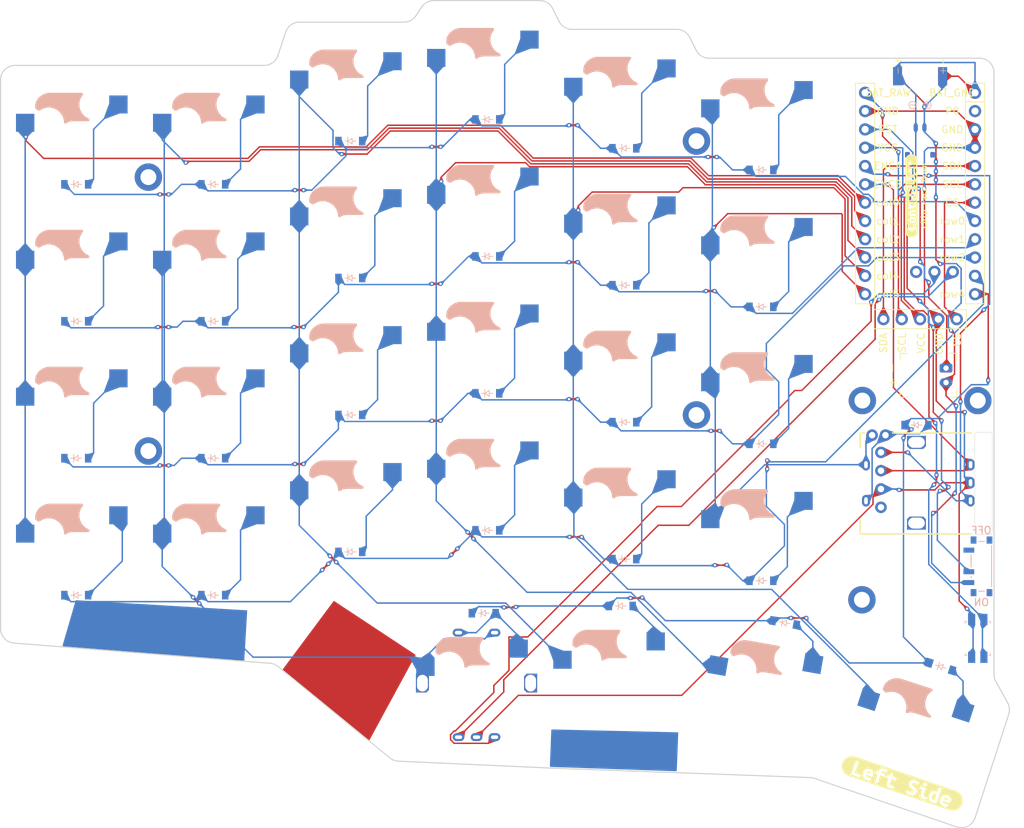
<source format=kicad_pcb>
(kicad_pcb (version 20241229) (generator "pcbnew") (generator_version "9.0")
  (title_block (title "left") (date "2025-04-17") (rev "v1.0.0") (company "Unknown"))
  (layers (0 "F.Cu" signal) (2 "B.Cu" signal) (13 "F.Paste" user) (15 "B.Paste" user) (5 "F.SilkS" user "F.Silkscreen") (7 "B.SilkS" user "B.Silkscreen") (1 "F.Mask" user) (3 "B.Mask" user) (25 "Edge.Cuts" user))
  (net 0 "")
  (net 1 "col0")
  (net 2 "outer_bottom")
  (net 3 "GND")
  (net 4 "outer_home")
  (net 5 "outer_top")
  (net 6 "outer_num")
  (net 7 "col1")
  (net 8 "pinky_bottom")
  (net 9 "pinky_home")
  (net 10 "pinky_top")
  (net 11 "pinky_num")
  (net 12 "col2")
  (net 13 "ring_bottom")
  (net 14 "ring_home")
  (net 15 "ring_top")
  (net 16 "ring_num")
  (net 17 "col3")
  (net 18 "middle_bottom")
  (net 19 "middle_home")
  (net 20 "middle_top")
  (net 21 "middle_num")
  (net 22 "col4")
  (net 23 "index_bottom")
  (net 24 "index_home")
  (net 25 "index_top")
  (net 26 "index_num")
  (net 27 "col5")
  (net 28 "inner_bottom")
  (net 29 "inner_home")
  (net 30 "inner_top")
  (net 31 "inner_num")
  (net 32 "inner_cluster")
  (net 33 "home_cluster")
  (net 34 "layer_cluster")
  (net 35 "space_cluster")
  (net 36 "row3")
  (net 37 "row2")
  (net 38 "row1")
  (net 39 "row0")
  (net 40 "row4")
  (net 41 "scrollwheel_enc")
  (net 42 "ENCA")
  (net 43 "ENCB")
  (net 44 "ENCC")
  (net 45 "ENCD")
  (net 46 "BAT_RAW")
  (net 47 "RST")
  (net 48 "VCC")
  (net 49 "BAT_GND")
  (net 50 "P0")
  (net 51 "SDA")
  (net 52 "SCL")
  (net 53 "CS")
  (net 54 "P107")
  (net 55 "ON_P")
  (net 56 "Board_0-row3")
  (footprint "ceoloide:mounting_hole_plated" (layer "F.Cu") (at 136 74)
    (property "Reference" "H3" (hide yes))
    (property "Value" "")
  )
  (footprint "ceoloide:mounting_hole_plated" (layer "F.Cu") (at 175 110)
    (property "Reference" "H12" (hide yes))
    (property "Value" "")
  )
  (footprint "kibuzzard-67FD5276" (layer "F.Cu") (at 61.336483 141.719579 -4.5)
    (property "Reference" "Board_0-kibuzzard-67FD5276" (hide yes))
    (property "Value" "G***" (hide yes))
  )
  (footprint "ceoloide:display_nice_view" (layer "F.Cu") (at 167 82)
    (property "Reference" "DISP1" (hide yes))
    (property "Value" "")
  )
  (footprint "ceoloide:mounting_hole_plated" (layer "F.Cu") (at 136 112)
    (property "Reference" "H4" (hide yes))
    (property "Value" "")
  )
  (footprint "ceoloide:battery_connector_jst_ph_2" (layer "F.Cu") (at 170.6 106.5 -90)
    (property "Reference" "JST1" (hide yes))
    (property "Value" "")
  )
  (footprint "ceoloide:mounting_hole_plated" (layer "F.Cu") (at 60 79)
    (property "Reference" "H1" (hide yes))
    (property "Value" "")
  )
  (footprint "kibuzzard-67FD5311" (layer "F.Cu") (at 165.8 81.6 90)
    (property "Reference" "Board_0-kibuzzard-67FD5311" (hide yes))
    (property "Value" "G***" (hide yes))
  )
  (footprint "ceoloide:mounting_hole_plated" (layer "F.Cu") (at 158.937608 137.638014 -10)
    (property "Reference" "H5" (hide yes))
    (property "Value" "")
  )
  (footprint "kibuzzard-67FD5341" (layer "F.Cu") (at 167.6 81.6 90)
    (property "Reference" "Board_0-kibuzzard-67FD5341" (hide yes))
    (property "Value" "G***" (hide yes))
  )
  (footprint "scrollwheel:RollerEncoder_Panasonic_EVQWGD001" (layer "F.Cu") (at 167.2 121)
    (property "Reference" "REF**")
    (property "Value" "RollerEncoder_Panasonic_EVQWGD001")
    (fp_line (start 7.4 -6.3) (end 7.4 7.3) (stroke (width 0.05)) (layer "Edge.Cuts"))
    (fp_line (start 7.7 7.6) (end 9.5 7.6) (stroke (width 0.05)) (layer "Edge.Cuts"))
    (fp_line (start 9.5 -6.6) (end 7.7 -6.6) (stroke (width 0.05)) (layer "Edge.Cuts"))
    (fp_line (start 9.8 7.3) (end 9.8 -6.3) (stroke (width 0.05)) (layer "Edge.Cuts"))
    (fp_arc (start 7.4 -6.3) (mid 7.487868 -6.512132) (end 7.7 -6.6) (stroke (width 0.05)) (layer "Edge.Cuts"))
    (fp_arc (start 7.7 7.6) (mid 7.487868 7.512132) (end 7.4 7.3) (stroke (width 0.05)) (layer "Edge.Cuts"))
    (fp_arc (start 9.5 -6.6) (mid 9.712132 -6.512132) (end 9.8 -6.3) (stroke (width 0.05)) (layer "Edge.Cuts"))
    (fp_arc (start 9.8 7.3) (mid 9.712132 7.512132) (end 9.5 7.6) (stroke (width 0.05)) (layer "Edge.Cuts"))
  )
  (footprint "pads" (layer "F.Cu") (at 167 65)
    (property "Reference" "PAD1" (hide yes))
    (property "Value" "")
  )
  (footprint "icon_bat" (layer "F.Cu") (at 167 69)
    (property "Reference" "")
    (property "Value" "")
  )
  (footprint "kibuzzard-67FD52AD" (layer "F.Cu") (at 124.736483 158.319579 -2.1)
    (property "Reference" "Board_0-kibuzzard-67FD52AD" (hide yes))
    (property "Value" "G***" (hide yes))
  )
  (footprint "ceoloide:mounting_hole_plated" (layer "F.Cu") (at 159 110)
    (property "Reference" "H11" (hide yes))
    (property "Value" "")
  )
  (footprint "ceoloide:mcu_supermini_nrf52840" (layer "F.Cu") (at 167 80)
    (property "Reference" "MCU1" (hide yes))
    (property "Value" "")
  )
  (footprint "ceoloide:mounting_hole_plated" (layer "F.Cu") (at 60 117)
    (property "Reference" "H2" (hide yes))
    (property "Value" "")
  )
  (footprint "kibuzzard-67FD9A83" (layer "F.Cu") (at 164.536483 163.119579 -18.8)
    (property "Reference" "Board_0-kibuzzard-67FD9A83" (hide yes))
    (property "Value" "G***" (hide yes))
  )
  (footprint "ceoloide:switch_mx" (layer "B.Cu") (at 145 110)
    (property "Reference" "S22" (hide yes))
    (property "Value" "")
  )
  (footprint "ceoloide:diode_tht_sod123" (layer "B.Cu") (at 166.5 113.4)
    (property "Reference" "D29" (hide yes))
    (property "Value" "")
  )
  (footprint "ceoloide:diode_tht_sod123" (layer "B.Cu") (at 88 93)
    (property "Reference" "D11" (hide yes))
    (property "Value" "")
  )
  (footprint "ceoloide:switch_mx" (layer "B.Cu") (at 50 112)
    (property "Reference" "S2" (hide yes))
    (property "Value" "")
  )
  (footprint "ceoloide:switch_mx" (layer "B.Cu") (at 145 91)
    (property "Reference" "S23" (hide yes))
    (property "Value" "")
  )
  (footprint "ceoloide:diode_tht_sod123" (layer "B.Cu") (at 107 128)
    (property "Reference" "D13" (hide yes))
    (property "Value" "")
  )
  (footprint "ceoloide:switch_mx" (layer "B.Cu") (at 145.5 150.5 -10)
    (property "Reference" "S27" (hide yes))
    (property "Value" "")
  )
  (footprint "ceoloide:diode_tht_sod123" (layer "B.Cu") (at 50 80)
    (property "Reference" "D4" (hide yes))
    (property "Value" "")
  )
  (footprint "ceoloide:switch_mx" (layer "B.Cu") (at 107 122)
    (property "Reference" "S13" (hide yes))
    (property "Value" "")
  )
  (footprint "ceoloide:switch_mx" (layer "B.Cu") (at 126 69)
    (property "Reference" "S20" (hide yes))
    (property "Value" "")
  )
  (footprint "ceoloide:switch_mx" (layer "B.Cu") (at 107 84)
    (property "Reference" "S15" (hide yes))
    (property "Value" "")
  )
  (footprint "ceoloide:diode_tht_sod123" (layer "B.Cu") (at 50 137)
    (property "Reference" "D1" (hide yes))
    (property "Value" "")
  )
  (footprint "ceoloide:diode_tht_sod123" (layer "B.Cu") (at 145 116)
    (property "Reference" "D22" (hide yes))
    (property "Value" "")
  )
  (footprint "ceoloide:switch_mx" (layer "B.Cu") (at 145 129)
    (property "Reference" "S21" (hide yes))
    (property "Value" "")
  )
  (footprint "ceoloide:diode_tht_sod123" (layer "B.Cu") (at 145 135)
    (property "Reference" "D21" (hide yes))
    (property "Value" "")
  )
  (footprint "ceoloide:switch_mx" (layer "B.Cu") (at 69 112)
    (property "Reference" "S6" (hide yes))
    (property "Value" "")
  )
  (footprint "ceoloide:diode_tht_sod123" (layer "B.Cu") (at 169.874893 146.914679 -18)
    (property "Reference" "D28" (hide yes))
    (property "Value" "")
  )
  (footprint "ceoloide:diode_tht_sod123" (layer "B.Cu") (at 69 80)
    (property "Reference" "D8" (hide yes))
    (property "Value" "")
  )
  (footprint "ceoloide:switch_mx" (layer "B.Cu") (at 50 74)
    (property "Reference" "S4" (hide yes))
    (property "Value" "")
  )
  (footprint "ceoloide:switch_mx" (layer "B.Cu") (at 88 87)
    (property "Reference" "S11" (hide yes))
    (property "Value" "")
  )
  (footprint "ceoloide:diode_tht_sod123" (layer "B.Cu") (at 69 137)
    (property "Reference" "D5" (hide yes))
    (property "Value" "")
  )
  (footprint "ceoloide:diode_tht_sod123" (layer "B.Cu") (at 88 112)
    (property "Reference" "D10" (hide yes))
    (property "Value" "")
  )
  (footprint "ceoloide:switch_mx" (layer "B.Cu") (at 88 125)
    (property "Reference" "S9" (hide yes))
    (property "Value" "")
  )
  (footprint "ceoloide:diode_tht_sod123" (layer "B.Cu") (at 148.22129 140.825571 -10)
    (property "Reference" "D27" (hide yes))
    (property "Value" "")
  )
  (footprint "ceoloide:switch_mx" (layer "B.Cu") (at 88 68)
    (property "Reference" "S12" (hide yes))
    (property "Value" "")
  )
  (footprint "ceoloide:switch_mx" (layer "B.Cu") (at 126 126)
    (property "Reference" "S17" (hide yes))
    (property "Value" "")
  )
  (footprint "ceoloide:switch_mx" (layer "B.Cu") (at 50 131)
    (property "Reference" "S1" (hide yes))
    (property "Value" "")
  )
  (footprint "ceoloide:diode_tht_sod123" (layer "B.Cu") (at 145 97)
    (property "Reference" "D23" (hide yes))
    (property "Value" "")
  )
  (footprint "ceoloide:switch_mx" (layer "B.Cu") (at 69 131)
    (property "Reference" "S5" (hide yes))
    (property "Value" "")
  )
  (footprint "ceoloide:diode_tht_sod123" (layer "B.Cu") (at 50 99)
    (property "Reference" "D3" (hide yes))
    (property "Value" "")
  )
  (footprint "ceoloide:switch_mx" (layer "B.Cu") (at 107 103)
    (property "Reference" "S14" (hide yes))
    (property "Value" "")
  )
  (footprint "ceoloide:switch_mx" (layer "B.Cu") (at 88 106)
    (property "Reference" "S10" (hide yes))
    (property "Value" "")
  )
  (footprint "ceoloide:rotary_encoder_ec11_ec12" (layer "B.Cu") (at 166.5 121.4 -90)
    (property "Reference" "RE1" (hide yes))
    (property "Value" "")
  )
  (footprint "ceoloide:diode_tht_sod123" (layer "B.Cu") (at 126 75)
    (property "Reference" "D20" (hide yes))
    (property "Value" "")
  )
  (footprint "ceoloide:diode_tht_sod123" (layer "B.Cu") (at 125.5 138.5)
    (property "Reference" "D26" (hide yes))
    (property "Value" "")
  )
  (footprint "ceoloide:switch_mx" (layer "B.Cu") (at 69 74)
    (property "Reference" "S8" (hide yes))
    (property "Value" "")
  )
  (footprint "ceoloide:switch_mx" (layer "B.Cu") (at 126 88)
    (property "Reference" "S19" (hide yes))
    (property "Value" "")
  )
  (footprint "ceoloide:diode_tht_sod123" (layer "B.Cu") (at 50 118)
    (property "Reference" "D2" (hide yes))
    (property "Value" "")
  )
  (footprint "ceoloide:diode_tht_sod123" (layer "B.Cu") (at 126 132)
    (property "Reference" "D17" (hide yes))
    (property "Value" "")
  )
  (footprint "ceoloide:switch_mx" (layer "B.Cu") (at 145 72)
    (property "Reference" "S24" (hide yes))
    (property "Value" "")
  )
  (footprint "ceoloide:switch_mx" (layer "B.Cu") (at 69 93)
    (property "Reference" "S7" (hide yes))
    (property "Value" "")
  )
  (footprint "ceoloide:diode_tht_sod123" (layer "B.Cu") (at 126 94)
    (property "Reference" "D19" (hide yes))
    (property "Value" "")
  )
  (footprint "ceoloide:switch_mx" (layer "B.Cu") (at 107 65)
    (property "Reference" "S16" (hide yes))
    (property "Value" "")
  )
  (footprint "ceoloide:reset_switch_smd_side" (layer "B.Cu") (at 175 143 -90)
    (property "Reference" "RST1" (hide yes))
    (property "Value" "")
  )
  (footprint "ceoloide:diode_tht_sod123" (layer "B.Cu") (at 88 131)
    (property "Reference" "D9" (hide yes))
    (property "Value" "")
  )
  (footprint "ceoloide:power_switch_smd_side" (layer "B.Cu") (at 175.5 133)
    (property "Reference" "PWR1" (hide yes))
    (property "Value" "")
  )
  (footprint "ceoloide:switch_mx" (layer "B.Cu") (at 126 107)
    (property "Reference" "S18" (hide yes))
    (property "Value" "")
  )
  (footprint "ceoloide:switch_mx" (layer "B.Cu") (at 124.5 148.5)
    (property "Reference" "S26" (hide yes))
    (property "Value" "")
  )
  (footprint "ceoloide:diode_tht_sod123" (layer "B.Cu") (at 88 74)
    (property "Reference" "D12" (hide yes))
    (property "Value" "")
  )
  (footprint "ceoloide:switch_mx" (layer "B.Cu") (at 50 93)
    (property "Reference" "S3" (hide yes))
    (property "Value" "")
  )
  (footprint "ceoloide:switch_mx" (layer "B.Cu") (at 165.833667 156.116227 -18)
    (property "Reference" "S28" (hide yes))
    (property "Value" "")
  )
  (footprint "ceoloide:diode_tht_sod123" (layer "B.Cu") (at 106.5 139.5)
    (property "Reference" "D25" (hide yes))
    (property "Value" "")
  )
  (footprint "ceoloide:diode_tht_sod123" (layer "B.Cu") (at 107 71)
    (property "Reference" "D16" (hide yes))
    (property "Value" "")
  )
  (footprint "ceoloide:rotary_encoder_ec11_ec12" (layer "B.Cu") (at 105.5 149.2 180)
    (property "Reference" "RE2" (hide yes))
    (property "Value" "")
  )
  (footprint "ceoloide:diode_tht_sod123" (layer "B.Cu") (at 145 78)
    (property "Reference" "D24" (hide yes))
    (property "Value" "")
  )
  (footprint "ceoloide:switch_mx" (layer "B.Cu") (at 105.5 149.5)
    (property "Reference" "S25" (hide yes))
    (property "Value" "")
  )
  (footprint "ceoloide:diode_tht_sod123" (layer "B.Cu") (at 69 118)
    (property "Reference" "D6" (hide yes))
    (property "Value" "")
  )
  (footprint "ceoloide:battery_connector_molex_pico_ezmate_1x02" (layer "B.Cu") (at 167 74)
    (property "Reference" "CONN1" (hide yes))
    (property "Value" "")
  )
  (footprint "ceoloide:diode_tht_sod123" (layer "B.Cu") (at 107 90)
    (property "Reference" "D15" (hide yes))
    (property "Value" "")
  )
  (footprint "ceoloide:diode_tht_sod123" (layer "B.Cu") (at 69 99)
    (property "Reference" "D7" (hide yes))
    (property "Value" "")
  )
  (footprint "ceoloide:diode_tht_sod123" (layer "B.Cu") (at 107 109)
    (property "Reference" "D14" (hide yes))
    (property "Value" "")
  )
  (footprint "ceoloide:diode_tht_sod123" (layer "B.Cu") (at 126 113)
    (property "Reference" "D18" (hide yes))
    (property "Value" "")
  )
  (gr_poly (pts (xy 85.736483 137.919579) (xy 96.936483 145.319579) (xy 90.536483 157.119579) (xy 78.736483 147.319579)) (stroke (width 0.2)) (fill yes) (layer "F.Cu"))
  (gr_poly (pts (xy 50 137.8) (xy 73.6 139.2) (xy 73.2 146) (xy 48.2 144)) (stroke (width 0.2)) (fill yes) (layer "B.Cu") (net 56))
  (gr_poly (pts (xy 115.967103 155.727979) (xy 133.367103 156.127979) (xy 133.167103 161.327979) (xy 115.767103 160.727979)) (stroke (width 0.2)) (fill yes) (layer "B.Cu"))
  (gr_line (start 97.093733 56.6094) (end 97.906267 55.3906) (stroke (width 0.15)) (layer "Edge.Cuts"))
  (gr_arc (start 77.955848 62.132456) (mid 77.2279 63.122477) (end 76.058482 63.5) (stroke (width 0.15)) (layer "Edge.Cuts"))
  (gr_arc (start 177.499095 148.951208) (mid 177.313275 148.483694) (end 177.25 147.9846) (stroke (width 0.15)) (layer "Edge.Cuts"))
  (gr_line (start 135.052786 59.605573) (end 135.947214 61.394427) (stroke (width 0.15)) (layer "Edge.Cuts"))
  (gr_line (start 177.499095 148.951208) (end 179.144667 151.931982) (stroke (width 0.15)) (layer "Edge.Cuts"))
  (gr_line (start 80.941518 57.5) (end 95.429632 57.5) (stroke (width 0.15)) (layer "Edge.Cuts"))
  (gr_arc (start 79.044152 58.867544) (mid 79.7721 57.877523) (end 80.941518 57.5) (stroke (width 0.15)) (layer "Edge.Cuts"))
  (gr_arc (start 114.263932 54.5) (mid 115.315382 54.798711) (end 116.052786 55.605573) (stroke (width 0.15)) (layer "Edge.Cuts"))
  (gr_line (start 137.736068 62.5) (end 175.25 62.5) (stroke (width 0.15)) (layer "Edge.Cuts"))
  (gr_arc (start 133.263932 58.5) (mid 134.315382 58.798711) (end 135.052786 59.605573) (stroke (width 0.15)) (layer "Edge.Cuts"))
  (gr_arc (start 116.00891 161.000325) (mid 115.999998 160.99998) (end 115.991087 160.999595) (stroke (width 0.15)) (layer "Edge.Cuts"))
  (gr_line (start 118.736068 58.5) (end 133.263932 58.5) (stroke (width 0.15)) (layer "Edge.Cuts"))
  (gr_arc (start 97.906267 55.3906) (mid 98.626649 54.736639) (end 99.570368 54.5) (stroke (width 0.15)) (layer "Edge.Cuts"))
  (gr_line (start 39.5 141.651672) (end 39.5 65.5) (stroke (width 0.15)) (layer "Edge.Cuts"))
  (gr_arc (start 39.5 65.5) (mid 40.085786 64.085786) (end 41.5 63.5) (stroke (width 0.15)) (layer "Edge.Cuts"))
  (gr_arc (start 175.25 62.5) (mid 176.664214 63.085786) (end 177.25 64.5) (stroke (width 0.15)) (layer "Edge.Cuts"))
  (gr_arc (start 76.875652 146.450709) (mid 77.46427 146.588867) (end 77.984722 146.896591) (stroke (width 0.15)) (layer "Edge.Cuts"))
  (gr_arc (start 118.736068 58.5) (mid 117.684618 58.201289) (end 116.947214 57.394427) (stroke (width 0.15)) (layer "Edge.Cuts"))
  (gr_line (start 115.991087 160.999595) (end 94.662435 160.030111) (stroke (width 0.15)) (layer "Edge.Cuts"))
  (gr_arc (start 97.093733 56.6094) (mid 96.373351 57.263361) (end 95.429632 57.5) (stroke (width 0.15)) (layer "Edge.Cuts"))
  (gr_arc (start 137.736068 62.5) (mid 136.684618 62.201289) (end 135.947214 61.394427) (stroke (width 0.15)) (layer "Edge.Cuts"))
  (gr_line (start 41.5 63.5) (end 76.058482 63.5) (stroke (width 0.15)) (layer "Edge.Cuts"))
  (gr_line (start 177.25 147.9846) (end 177.25 64.5) (stroke (width 0.15)) (layer "Edge.Cuts"))
  (gr_line (start 93.486774 159.580088) (end 77.984722 146.896591) (stroke (width 0.15)) (layer "Edge.Cuts"))
  (gr_arc (start 151.753211 162.305741) (mid 152.043639 162.337707) (end 152.326313 162.411643) (stroke (width 0.15)) (layer "Edge.Cuts"))
  (gr_arc (start 174.628909 167.880071) (mid 173.62157 169.050691) (end 172.0807 169.154803) (stroke (width 0.15)) (layer "Edge.Cuts"))
  (gr_line (start 116.052786 55.605573) (end 116.947214 57.394427) (stroke (width 0.15)) (layer "Edge.Cuts"))
  (gr_line (start 179.295875 153.516625) (end 174.628909 167.880071) (stroke (width 0.15)) (layer "Edge.Cuts"))
  (gr_arc (start 94.662435 160.030111) (mid 94.038283 159.899994) (end 93.486774 159.580088) (stroke (width 0.15)) (layer "Edge.Cuts"))
  (gr_line (start 99.570368 54.5) (end 114.263932 54.5) (stroke (width 0.15)) (layer "Edge.Cuts"))
  (gr_line (start 172.0807 169.154803) (end 152.326313 162.411643) (stroke (width 0.15)) (layer "Edge.Cuts"))
  (gr_line (start 76.875652 146.450709) (end 41.342595 143.645468) (stroke (width 0.15)) (layer "Edge.Cuts"))
  (gr_line (start 151.753211 162.305741) (end 116.00891 161.000325) (stroke (width 0.15)) (layer "Edge.Cuts"))
  (gr_arc (start 41.342595 143.645468) (mid 40.0312 143.009092) (end 39.5 141.651672) (stroke (width 0.15)) (layer "Edge.Cuts"))
  (gr_arc (start 179.144667 151.931982) (mid 179.384727 152.708612) (end 179.295875 153.516625) (stroke (width 0.15)) (layer "Edge.Cuts"))
  (gr_line (start 77.955848 62.132456) (end 79.044152 58.867544) (stroke (width 0.15)) (layer "Edge.Cuts"))
  (segment (start 135.243657 76.356343) (end 113.356343 76.356343) (width 0.2) (layer "F.Cu") (net 1))
  (segment (start 155.64 78.8) (end 137.687314 78.8) (width 0.2) (layer "F.Cu") (net 1))
  (segment (start 108.8 71.8) (end 93.2 71.8) (width 0.2) (layer "F.Cu") (net 1))
  (segment (start 73.799 76.401) (end 45.481108 76.401) (width 0.2) (layer "F.Cu") (net 1))
  (segment (start 90.2 74.8) (end 75.4 74.8) (width 0.2) (layer "F.Cu") (net 1))
  (segment (start 45.481108 76.401) (end 43 73.919892) (width 0.2) (layer "F.Cu") (net 1))
  (segment (start 113.356343 76.356343) (end 108.8 71.8) (width 0.2) (layer "F.Cu") (net 1))
  (segment (start 159.38 82.54) (end 155.64 78.8) (width 0.2) (layer "F.Cu") (net 1))
  (segment (start 43 73.919892) (end 43 73.4) (width 0.2) (layer "F.Cu") (net 1))
  (segment (start 137.687314 78.8) (end 135.243657 76.356343) (width 0.2) (layer "F.Cu") (net 1))
  (segment (start 75.4 74.8) (end 73.799 76.401) (width 0.2) (layer "F.Cu") (net 1))
  (segment (start 93.2 71.8) (end 90.2 74.8) (width 0.2) (layer "F.Cu") (net 1))
  (via (at 43 73.4) (size 0.6) (drill 0.3) (layers "F.Cu" "B.Cu") (net 1))
  (segment (start 42.915 71.46) (end 42.915 90.46) (width 0.2) (layer "B.Cu") (net 1))
  (segment (start 43 73.4) (end 43 71.545) (width 0.2) (layer "B.Cu") (net 1))
  (segment (start 42.915 90.46) (end 42.915 109.46) (width 0.2) (layer "B.Cu") (net 1))
  (segment (start 42.915 90.46) (end 42.915 128.46) (width 0.2) (layer "B.Cu") (net 1))
  (segment (start 43 71.545) (end 42.915 71.46) (width 0.2) (layer "B.Cu") (net 1))
  (segment (start 56.381 132.269) (end 51.65 137) (width 0.2) (layer "B.Cu") (net 2))
  (segment (start 55.842 125.92) (end 56.381 126.459) (width 0.2) (layer "B.Cu") (net 2))
  (segment (start 56.381 126.459) (end 56.381 132.269) (width 0.2) (layer "B.Cu") (net 2))
  (segment (start 160.474 124.379496) (end 160.474 123.371) (width 0.2) (layer "F.Cu") (net 3))
  (segment (start 174.62 72.38) (end 174.62 74.92) (width 0.2) (layer "F.Cu") (net 3))
  (segment (start 167.611 96.771) (end 167.611 80.611) (width 0.2) (layer "F.Cu") (net 3))
  (segment (start 173.513235 138.886765) (end 172.419527 137.793057) (width 0.2) (layer "F.Cu") (net 3))
  (segment (start 160.474 123.371) (end 161.575 122.27) (width 0.2) (layer "F.Cu") (net 3))
  (segment (start 105.5 156.7) (end 111.299 150.901) (width 0.2) (layer "F.Cu") (net 3))
  (segment (start 169.54 98.7) (end 167.611 96.771) (width 0.2) (layer "F.Cu") (net 3))
  (segment (start 167.611 80.611) (end 167.6 80.6) (width 0.2) (layer "F.Cu") (net 3))
  (segment (start 170.791573 111.591573) (end 169.23455 110.03455) (width 0.2) (layer "F.Cu") (net 3))
  (segment (start 172.08 69.84) (end 159.38 69.84) (width 0.2) (layer "F.Cu") (net 3))
  (segment (start 173.203644 111.591573) (end 170.791573 111.591573) (width 0.2) (layer "F.Cu") (net 3))
  (segment (start 169.54 99.993898) (end 169.54 98.7) (width 0.2) (layer "F.Cu") (net 3))
  (segment (start 169.23455 100.299348) (end 169.54 99.993898) (width 0.2) (layer "F.Cu") (net 3))
  (segment (start 172.419527 122.980473) (end 174 121.4) (width 0.2) (layer "F.Cu") (net 3))
  (segment (start 133.952496 150.901) (end 160.474 124.379496) (width 0.2) (layer "F.Cu") (net 3))
  (segment (start 164.1 122.4) (end 169.041416 122.4) (width 0.2) (layer "F.Cu") (net 3))
  (segment (start 174.62 72.38) (end 172.08 69.84) (width 0.2) (layer "F.Cu") (net 3))
  (segment (start 169.041416 122.4) (end 170.041416 121.4) (width 0.2) (layer "F.Cu") (net 3))
  (segment (start 111.299 150.901) (end 133.952496 150.901) (width 0.2) (layer "F.Cu") (net 3))
  (segment (start 172.419527 137.793057) (end 172.419527 122.980473) (width 0.2) (layer "F.Cu") (net 3))
  (segment (start 170.041416 121.4) (end 174 121.4) (width 0.2) (layer "F.Cu") (net 3))
  (segment (start 169.23455 110.03455) (end 169.23455 100.299348) (width 0.2) (layer "F.Cu") (net 3))
  (via (at 173.513235 138.886765) (size 0.6) (drill 0.3) (layers "F.Cu" "B.Cu") (net 3))
  (via (at 167.6 80.6) (size 0.6) (drill 0.3) (layers "F.Cu" "B.Cu") (net 3))
  (via (at 173.203644 111.591573) (size 0.6) (drill 0.3) (layers "F.Cu" "B.Cu") (net 3))
  (via (at 164.1 122.4) (size 0.6) (drill 0.3) (layers "F.Cu" "B.Cu") (net 3))
  (segment (start 174.62 74.92) (end 168.08 74.92) (width 0.2) (layer "B.Cu") (net 3))
  (segment (start 173.149 120.549) (end 173.149 111.646217) (width 0.2) (layer "B.Cu") (net 3))
  (segment (start 174.15 140.375) (end 174.351 140.576) (width 0.2) (layer "B.Cu") (net 3))
  (segment (start 167.6 75.4) (end 167.6 80.6) (width 0.2) (layer "B.Cu") (net 3))
  (segment (start 161.575 122.27) (end 163.97 122.27) (width 0.2) (layer "B.Cu") (net 3))
  (segment (start 174 121.4) (end 173.149 120.549) (width 0.2) (layer "B.Cu") (net 3))
  (segment (start 168.08 74.92) (end 167.6 75.4) (width 0.2) (layer "B.Cu") (net 3))
  (segment (start 173.149 111.646217) (end 173.203644 111.591573) (width 0.2) (layer "B.Cu") (net 3))
  (segment (start 174.351 140.576) (end 174.351 145.424) (width 0.2) (layer "B.Cu") (net 3))
  (segment (start 174.15 139.52353) (end 173.513235 138.886765) (width 0.2) (layer "B.Cu") (net 3))
  (segment (start 174.351 145.424) (end 174.15 145.625) (width 0.2) (layer "B.Cu") (net 3))
  (segment (start 163.97 122.27) (end 164.1 122.4) (width 0.2) (layer "B.Cu") (net 3))
  (segment (start 174.15 140.375) (end 174.15 139.52353) (width 0.2) (layer "B.Cu") (net 3))
  (segment (start 55.842 106.92) (end 52.401 110.361) (width 0.2) (layer "B.Cu") (net 4))
  (segment (start 52.401 117.249) (end 51.65 118) (width 0.2) (layer "B.Cu") (net 4))
  (segment (start 52.401 110.361) (end 52.401 117.249) (width 0.2) (layer "B.Cu") (net 4))
  (segment (start 53.779 89.983) (end 53.779 96.871) (width 0.2) (layer "B.Cu") (net 5))
  (segment (start 53.779 96.871) (end 51.65 99) (width 0.2) (layer "B.Cu") (net 5))
  (segment (start 55.842 87.92) (end 53.779 89.983) (width 0.2) (layer "B.Cu") (net 5))
  (segment (start 55.842 68.92) (end 52.401 72.361) (width 0.2) (layer "B.Cu") (net 6))
  (segment (start 52.401 72.361) (end 52.401 79.249) (width 0.2) (layer "B.Cu") (net 6))
  (segment (start 52.401 79.249) (end 51.65 80) (width 0.2) (layer "B.Cu") (net 6))
  (segment (start 93.3661 72.201) (end 90.3661 75.201) (width 0.2) (layer "F.Cu") (net 7))
  (segment (start 66.209509 137.301) (end 67.053519 138.14501) (width 0.2) (layer "F.Cu") (net 7))
  (segment (start 157.93645 83.63645) (end 157.93645 81.66355) (width 0.2) (layer "F.Cu") (net 7))
  (segment (start 73.9651 76.802) (end 65.399 76.802) (width 0.2) (layer "F.Cu") (net 7))
  (segment (start 66.2 137.301) (end 66.209509 137.301) (width 0.2) (layer "F.Cu") (net 7))
  (segment (start 157.93645 81.66355) (end 155.53645 79.26355) (width 0.2) (layer "F.Cu") (net 7))
  (segment (start 108.6339 72.201) (end 93.3661 72.201) (width 0.2) (layer "F.Cu") (net 7))
  (segment (start 155.53645 79.26355) (end 137.583764 79.26355) (width 0.2) (layer "F.Cu") (net 7))
  (segment (start 75.5661 75.201) (end 73.9651 76.802) (width 0.2) (layer "F.Cu") (net 7))
  (segment (start 90.3661 75.201) (end 75.5661 75.201) (width 0.2) (layer "F.Cu") (net 7))
  (segment (start 137.583764 79.26355) (end 135.077557 76.757343) (width 0.2) (layer "F.Cu") (net 7))
  (segment (start 135.077557 76.757343) (end 113.190243 76.757343) (width 0.2) (layer "F.Cu") (net 7))
  (segment (start 159.38 85.08) (end 157.93645 83.63645) (width 0.2) (layer "F.Cu") (net 7))
  (segment (start 65.399 76.802) (end 65.2 77.001) (width 0.2) (layer "F.Cu") (net 7))
  (segment (start 113.190243 76.757343) (end 108.6339 72.201) (width 0.2) (layer "F.Cu") (net 7))
  (via (at 66.2 137.301) (size 0.6) (drill 0.3) (layers "F.Cu" "B.Cu") (net 7))
  (via (at 65.2 77.001) (size 0.6) (drill 0.3) (layers "F.Cu" "B.Cu") (net 7))
  (via (at 67.053519 138.14501) (size 0.6) (drill 0.3) (layers "F.Cu" "B.Cu") (net 7))
  (segment (start 65.081108 77.001) (end 61.915 73.834892) (width 0.2) (layer "B.Cu") (net 7))
  (segment (start 61.915 128.46) (end 62.201 128.174) (width 0.2) (layer "B.Cu") (net 7))
  (segment (start 62.201 109.746) (end 61.915 109.46) (width 0.2) (layer "B.Cu") (net 7))
  (segment (start 62.201 128.174) (end 62.201 109.746) (width 0.2) (layer "B.Cu") (net 7))
  (segment (start 61.915 109.46) (end 61.915 90.46) (width 0.2) (layer "B.Cu") (net 7))
  (segment (start 74.508509 145.6) (end 97.055 145.6) (width 0.2) (layer "B.Cu") (net 7))
  (segment (start 100.949 143.051) (end 98.415 145.585) (width 0.2) (layer "B.Cu") (net 7))
  (segment (start 108 142.2) (end 107.5 142.2) (width 0.2) (layer "B.Cu") (net 7))
  (segment (start 106.649 143.051) (end 100.949 143.051) (width 0.2) (layer "B.Cu") (net 7))
  (segment (start 65.2 77.001) (end 65.081108 77.001) (width 0.2) (layer "B.Cu") (net 7))
  (segment (start 67.053519 138.14501) (end 74.508509 145.6) (width 0.2) (layer "B.Cu") (net 7))
  (segment (start 61.915 109.46) (end 62.201 109.174) (width 0.2) (layer "B.Cu") (net 7))
  (segment (start 98.154 146.699) (end 98.415 146.699) (width 0.2) (layer "B.Cu") (net 7))
  (segment (start 62.201 71.746) (end 61.915 71.46) (width 0.2) (layer "B.Cu") (net 7))
  (segment (start 62.201 109.174) (end 62.201 71.746) (width 0.2) (layer "B.Cu") (net 7))
  (segment (start 107.5 142.2) (end 106.649 143.051) (width 0.2) (layer "B.Cu") (net 7))
  (segment (start 97.055 145.6) (end 98.415 146.96) (width 0.2) (layer "B.Cu") (net 7))
  (segment (start 61.915 73.834892) (end 61.915 71.46) (width 0.2) (layer "B.Cu") (net 7))
  (segment (start 61.915 133.016) (end 66.2 137.301) (width 0.2) (layer "B.Cu") (net 7))
  (segment (start 98.415 145.585) (end 98.415 146.96) (width 0.2) (layer "B.Cu") (net 7))
  (segment (start 61.915 128.46) (end 61.915 133.016) (width 0.2) (layer "B.Cu") (net 7))
  (segment (start 74.842 125.92) (end 72.779 127.983) (width 0.2) (layer "B.Cu") (net 8))
  (segment (start 72.779 134.871) (end 70.65 137) (width 0.2) (layer "B.Cu") (net 8))
  (segment (start 72.779 127.983) (end 72.779 134.871) (width 0.2) (layer "B.Cu") (net 8))
  (segment (start 72.779 108.983) (end 72.779 115.871) (width 0.2) (layer "B.Cu") (net 9))
  (segment (start 72.779 115.871) (end 70.65 118) (width 0.2) (layer "B.Cu") (net 9))
  (segment (start 74.842 106.92) (end 72.779 108.983) (width 0.2) (layer "B.Cu") (net 9))
  (segment (start 74.842 87.92) (end 72.4 90.362) (width 0.2) (layer "B.Cu") (net 10))
  (segment (start 72.4 97.25) (end 70.65 99) (width 0.2) (layer "B.Cu") (net 10))
  (segment (start 72.4 90.362) (end 72.4 97.25) (width 0.2) (layer "B.Cu") (net 10))
  (segment (start 74.842 68.92) (end 72.779 70.983) (width 0.2) (layer "B.Cu") (net 11))
  (segment (start 72.779 77.871) (end 70.65 80) (width 0.2) (layer "B.Cu") (net 11))
  (segment (start 72.779 70.983) (end 72.779 77.871) (width 0.2) (layer "B.Cu") (net 11))
  (segment (start 90.3332 75.801) (end 87.8 75.801) (width 0.2) (layer "F.Cu") (net 12))
  (segment (start 108.4 72.602) (end 93.5322 72.602) (width 0.2) (layer "F.Cu") (net 12))
  (segment (start 112.2329 76.3671) (end 108.4678 72.602) (width 0.2) (layer "F.Cu") (net 12))
  (segment (start 134.4 77.158343) (end 113.024143 77.158343) (width 0.2) (layer "F.Cu") (net 12))
  (segment (start 157.53545 81.82965) (end 155.37035 79.66455) (width 0.2) (layer "F.Cu") (net 12))
  (segment (start 86.8 75.801) (end 87.8 75.801) (width 0.2) (layer "F.Cu") (net 12))
  (segment (start 134.911457 77.158343) (end 134.4 77.158343) (width 0.2) (layer "F.Cu") (net 12))
  (segment (start 137.417664 79.66455) (end 136.576557 78.823443) (width 0.2) (layer "F.Cu") (net 12))
  (segment (start 159.38 87.62) (end 157.53545 85.77545) (width 0.2) (layer "F.Cu") (net 12))
  (segment (start 85.179046 131.572425) (end 85.201596 131.572425) (width 0.2) (layer "F.Cu") (net 12))
  (segment (start 108.4678 72.602) (end 108.4 72.602) (width 0.2) (layer "F.Cu") (net 12))
  (segment (start 85.201596 131.572425) (end 86.03885 132.409679) (width 0.2) (layer "F.Cu") (net 12))
  (segment (start 157.53545 85.77545) (end 157.53545 81.82965) (width 0.2) (layer "F.Cu") (net 12))
  (segment (start 113.024143 77.158343) (end 112.2329 76.3671) (width 0.2) (layer "F.Cu") (net 12))
  (segment (start 136.576557 78.823443) (end 134.911457 77.158343) (width 0.2) (layer "F.Cu") (net 12))
  (segment (start 93.5322 72.602) (end 90.3332 75.801) (width 0.2) (layer "F.Cu") (net 12))
  (segment (start 155.37035 79.66455) (end 137.417664 79.66455) (width 0.2) (layer "F.Cu") (net 12))
  (via (at 85.179046 131.572425) (size 0.6) (drill 0.3) (layers "F.Cu" "B.Cu") (net 12))
  (via (at 86.03885 132.409679) (size 0.6) (drill 0.3) (layers "F.Cu" "B.Cu") (net 12))
  (via (at 86.8 75.801) (size 0.6) (drill 0.3) (layers "F.Cu" "B.Cu") (net 12))
  (segment (start 91.724936 138.095765) (end 86.03885 132.409679) (width 0.2) (layer "B.Cu") (net 12))
  (segment (start 80.915 65.46) (end 80.915 84.46) (width 0.2) (layer "B.Cu") (net 12))
  (segment (start 80.915 65.46) (end 80.915 67.834892) (width 0.2) (layer "B.Cu") (net 12))
  (segment (start 110.055 138.598587) (end 109.552178 138.095765) (width 0.2) (layer "B.Cu") (net 12))
  (segment (start 80.915 84.46) (end 80.915 103.46) (width 0.2) (layer "B.Cu") (net 12))
  (segment (start 80.915 122.46) (end 80.915 127.308379) (width 0.2) (layer "B.Cu") (net 12))
  (segment (start 109.552178 138.095765) (end 91.724936 138.095765) (width 0.2) (layer "B.Cu") (net 12))
  (segment (start 85.6 72.519892) (end 85.6 74.902) (width 0.2) (layer "B.Cu") (net 12))
  (segment (start 80.915 67.834892) (end 85.6 72.519892) (width 0.2) (layer "B.Cu") (net 12))
  (segment (start 86.499 75.801) (end 86.8 75.801) (width 0.2) (layer "B.Cu") (net 12))
  (segment (start 80.915 127.308379) (end 85.179046 131.572425) (width 0.2) (layer "B.Cu") (net 12))
  (segment (start 80.915 122.46) (end 80.915 103.46) (width 0.2) (layer "B.Cu") (net 12))
  (segment (start 110.055 138.6) (end 110.055 138.598587) (width 0.2) (layer "B.Cu") (net 12))
  (segment (start 85.6 74.902) (end 86.499 75.801) (width 0.2) (layer "B.Cu") (net 12))
  (segment (start 117.415 145.96) (end 110.055 138.6) (width 0.2) (layer "B.Cu") (net 12))
  (segment (start 90.2 130.45) (end 89.65 131) (width 0.2) (layer "B.Cu") (net 13))
  (segment (start 90.2 126.040108) (end 90.2 130.45) (width 0.2) (layer "B.Cu") (net 13))
  (segment (start 93.842 122.398108) (end 90.2 126.040108) (width 0.2) (layer "B.Cu") (net 13))
  (segment (start 93.842 119.92) (end 93.842 122.398108) (width 0.2) (layer "B.Cu") (net 13))
  (segment (start 93.842 100.92) (end 91.779 102.983) (width 0.2) (layer "B.Cu") (net 14))
  (segment (start 91.779 109.871) (end 89.65 112) (width 0.2) (layer "B.Cu") (net 14))
  (segment (start 91.779 102.983) (end 91.779 109.871) (width 0.2) (layer "B.Cu") (net 14))
  (segment (start 93.842 81.92) (end 91.4 84.362) (width 0.2) (layer "B.Cu") (net 15))
  (segment (start 91.4 91.25) (end 89.65 93) (width 0.2) (layer "B.Cu") (net 15))
  (segment (start 91.4 84.362) (end 91.4 91.25) (width 0.2) (layer "B.Cu") (net 15))
  (segment (start 90.401 73.249) (end 89.65 74) (width 0.2) (layer "B.Cu") (net 16))
  (segment (start 93.842 62.92) (end 90.401 66.361) (width 0.2) (layer "B.Cu") (net 16))
  (segment (start 90.401 66.361) (end 90.401 73.249) (width 0.2) (layer "B.Cu") (net 16))
  (segment (start 137.2 80.06555) (end 137.2 80.013986) (width 0.2) (layer "F.Cu") (net 17))
  (segment (start 105.074264 129.074266) (end 104.275734 128.275736) (width 0.2) (layer "F.Cu") (net 17))
  (segment (start 155.20425 80.06555) (end 137.2 80.06555) (width 0.2) (layer "F.Cu") (net 17))
  (segment (start 112.858043 77.559343) (end 112.2987 77) (width 0.2) (layer "F.Cu") (net 17))
  (segment (start 100.6 79) (end 100.6 79.6) (width 0.2) (layer "F.Cu") (net 17))
  (segment (start 157 81.8613) (end 155.20425 80.06555) (width 0.2) (layer "F.Cu") (net 17))
  (segment (start 157 87.78) (end 157 81.8613) (width 0.2) (layer "F.Cu") (net 17))
  (segment (start 137.2 80.013986) (end 134.745357 77.559343) (width 0.2) (layer "F.Cu") (net 17))
  (segment (start 102.6 77) (end 100.6 79) (width 0.2) (layer "F.Cu") (net 17))
  (segment (start 105.074264 129.174266) (end 105.074264 129.074266) (width 0.2) (layer "F.Cu") (net 17))
  (segment (start 134.745357 77.559343) (end 112.858043 77.559343) (width 0.2) (layer "F.Cu") (net 17))
  (segment (start 159.38 90.16) (end 157 87.78) (width 0.2) (layer "F.Cu") (net 17))
  (segment (start 112.2987 77) (end 102.6 77) (width 0.2) (layer "F.Cu") (net 17))
  (via (at 104.275734 128.275736) (size 0.6) (drill 0.3) (layers "F.Cu" "B.Cu") (net 17))
  (via (at 105.074264 129.174266) (size 0.6) (drill 0.3) (layers "F.Cu" "B.Cu") (net 17))
  (via (at 100.6 79.6) (size 0.6) (drill 0.3) (layers "F.Cu" "B.Cu") (net 17))
  (segment (start 99.915 123.915002) (end 99.915 119.46) (width 0.2) (layer "B.Cu") (net 17))
  (segment (start 104.275734 128.275736) (end 99.915 123.915002) (width 0.2) (layer "B.Cu") (net 17))
  (segment (start 112.499998 136.6) (end 105.074264 129.174266) (width 0.2) (layer "B.Cu") (net 17))
  (segment (start 138.963703 146.768291) (end 137.070291 146.768291) (width 0.2) (layer "B.Cu") (net 17))
  (segment (start 99.915 81.46) (end 99.915 119.46) (width 0.2) (layer "B.Cu") (net 17))
  (segment (start 100.6 80.775) (end 99.915 81.46) (width 0.2) (layer "B.Cu") (net 17))
  (segment (start 137.070291 146.768291) (end 126.902 136.6) (width 0.2) (layer "B.Cu") (net 17))
  (segment (start 99.915 62.46) (end 99.915 81.46) (width 0.2) (layer "B.Cu") (net 17))
  (segment (start 100.6 79.6) (end 100.6 80.775) (width 0.2) (layer "B.Cu") (net 17))
  (segment (start 126.902 136.6) (end 112.499998 136.6) (width 0.2) (layer "B.Cu") (net 17))
  (segment (start 99.915 81.46) (end 99.915 100.46) (width 0.2) (layer "B.Cu") (net 17))
  (segment (start 112.842 116.92) (end 110.779 118.983) (width 0.2) (layer "B.Cu") (net 18))
  (segment (start 110.779 125.871) (end 108.65 128) (width 0.2) (layer "B.Cu") (net 18))
  (segment (start 110.779 118.983) (end 110.779 125.871) (width 0.2) (layer "B.Cu") (net 18))
  (segment (start 110.779 106.871) (end 108.65 109) (width 0.2) (layer "B.Cu") (net 19))
  (segment (start 112.842 97.92) (end 110.779 99.983) (width 0.2) (layer "B.Cu") (net 19))
  (segment (start 110.779 99.983) (end 110.779 106.871) (width 0.2) (layer "B.Cu") (net 19))
  (segment (start 112.842 78.92) (end 110.779 80.983) (width 0.2) (layer "B.Cu") (net 20))
  (segment (start 110.779 80.983) (end 110.779 87.871) (width 0.2) (layer "B.Cu") (net 20))
  (segment (start 110.779 87.871) (end 108.65 90) (width 0.2) (layer "B.Cu") (net 20))
  (segment (start 109.401 70.249) (end 108.65 71) (width 0.2) (layer "B.Cu") (net 21))
  (segment (start 112.842 59.92) (end 109.401 63.361) (width 0.2) (layer "B.Cu") (net 21))
  (segment (start 109.401 63.361) (end 109.401 70.249) (width 0.2) (layer "B.Cu") (net 21))
  (segment (start 134.13345 80.46655) (end 155.03815 80.46655) (width 0.2) (layer "F.Cu") (net 22))
  (segment (start 133.531 81.069) (end 134.13345 80.46655) (width 0.2) (layer "F.Cu") (net 22))
  (segment (start 155.03815 80.46655) (end 156.6 82.0284) (width 0.2) (layer "F.Cu") (net 22))
  (segment (start 121.531 81.069) (end 133.531 81.069) (width 0.2) (layer "F.Cu") (net 22))
  (segment (start 156.6 82.0284) (end 156.6 89.92) (width 0.2) (layer "F.Cu") (net 22))
  (segment (start 156.6 89.92) (end 159.38 92.7) (width 0.2) (layer "F.Cu") (net 22))
  (segment (start 119.6 83.6) (end 119.6 83) (width 0.2) (layer "F.Cu") (net 22))
  (segment (start 119.6 83) (end 121.531 81.069) (width 0.2) (layer "F.Cu") (net 22))
  (via (at 119.6 83.6) (size 0.6) (drill 0.3) (layers "F.Cu" "B.Cu") (net 22))
  (segment (start 119.6 83.6) (end 119.6 84.775) (width 0.2) (layer "B.Cu") (net 22))
  (segment (start 126.499587 136.199) (end 146.418907 136.199) (width 0.2) (layer "B.Cu") (net 22))
  (segment (start 146.418907 136.199) (end 159.880335 149.660428) (width 0.2) (layer "B.Cu") (net 22))
  (segment (start 118.915 85.46) (end 118.915 104.46) (width 0.2) (layer "B.Cu") (net 22))
  (segment (start 119.6 84.775) (end 118.915 85.46) (width 0.2) (layer "B.Cu") (net 22))
  (segment (start 118.915 123.46) (end 119.000064 123.545064) (width 0.2) (layer "B.Cu") (net 22))
  (segment (start 159.880335 149.660428) (end 159.880335 151.511158) (width 0.2) (layer "B.Cu") (net 22))
  (segment (start 118.915 123.46) (end 118.915 104.46) (width 0.2) (layer "B.Cu") (net 22))
  (segment (start 119.000064 123.545064) (end 119.000064 128.699477) (width 0.2) (layer "B.Cu") (net 22))
  (segment (start 119.000064 128.699477) (end 126.499587 136.199) (width 0.2) (layer "B.Cu") (net 22))
  (segment (start 118.915 66.46) (end 118.915 85.46) (width 0.2) (layer "B.Cu") (net 22))
  (segment (start 128.401 131.249) (end 127.65 132) (width 0.2) (layer "B.Cu") (net 23))
  (segment (start 131.842 120.92) (end 128.401 124.361) (width 0.2) (layer "B.Cu") (net 23))
  (segment (start 128.401 124.361) (end 128.401 131.249) (width 0.2) (layer "B.Cu") (net 23))
  (segment (start 131.842 101.92) (end 129.779 103.983) (width 0.2) (layer "B.Cu") (net 24))
  (segment (start 129.779 103.983) (end 129.779 110.871) (width 0.2) (layer "B.Cu") (net 24))
  (segment (start 129.779 110.871) (end 127.65 113) (width 0.2) (layer "B.Cu") (net 24))
  (segment (start 131.842 82.92) (end 129.4 85.362) (width 0.2) (layer "B.Cu") (net 25))
  (segment (start 129.4 92.25) (end 127.65 94) (width 0.2) (layer "B.Cu") (net 25))
  (segment (start 129.4 85.362) (end 129.4 92.25) (width 0.2) (layer "B.Cu") (net 25))
  (segment (start 128.401 67.361) (end 128.401 74.249) (width 0.2) (layer "B.Cu") (net 26))
  (segment (start 131.842 63.92) (end 128.401 67.361) (width 0.2) (layer "B.Cu") (net 26))
  (segment (start 128.401 74.249) (end 127.65 75) (width 0.2) (layer "B.Cu") (net 26))
  (segment (start 156.199 84.2) (end 156.199 92.059) (width 0.2) (layer "F.Cu") (net 27))
  (segment (start 156.199 92.059) (end 159.38 95.24) (width 0.2) (layer "F.Cu") (net 27))
  (segment (start 138.4 86) (end 140.331 84.069) (width 0.2) (layer "F.Cu") (net 27))
  (segment (start 156.068 84.069) (end 156.199 84.2) (width 0.2) (layer "F.Cu") (net 27))
  (segment (start 140.331 84.069) (end 156.068 84.069) (width 0.2) (layer "F.Cu") (net 27))
  (via (at 138.4 86) (size 0.6) (drill 0.3) (layers "F.Cu" "B.Cu") (net 27))
  (segment (start 137.915 126.46) (end 145.475 118.9) (width 0.2) (layer "B.Cu") (net 27))
  (segment (start 138.4 86) (end 137.915 86.485) (width 0.2) (layer "B.Cu") (net 27))
  (segment (start 137.915 88.46) (end 137.915 107.46) (width 0.2) (layer "B.Cu") (net 27))
  (segment (start 138.6 108.145) (end 138.6 125.775) (width 0.2) (layer "B.Cu") (net 27))
  (segment (start 137.915 86.485) (end 137.915 88.46) (width 0.2) (layer "B.Cu") (net 27))
  (segment (start 137.915 107.46) (end 138.6 108.145) (width 0.2) (layer "B.Cu") (net 27))
  (segment (start 138.6 125.775) (end 137.915 126.46) (width 0.2) (layer "B.Cu") (net 27))
  (segment (start 159.5 115.65) (end 159.5 118.9) (width 0.2) (layer "B.Cu") (net 27))
  (segment (start 138.201 88.174) (end 137.915 88.46) (width 0.2) (layer "B.Cu") (net 27))
  (segment (start 145.475 118.9) (end 159.5 118.9) (width 0.2) (layer "B.Cu") (net 27))
  (segment (start 137.915 69.46) (end 138.201 69.746) (width 0.2) (layer "B.Cu") (net 27))
  (segment (start 160.35 114.8) (end 159.5 115.65) (width 0.2) (layer "B.Cu") (net 27))
  (segment (start 138.201 69.746) (end 138.201 88.174) (width 0.2) (layer "B.Cu") (net 27))
  (segment (start 148.6 133.05) (end 146.65 135) (width 0.2) (layer "B.Cu") (net 28))
  (segment (start 148.6 126.162) (end 148.6 133.05) (width 0.2) (layer "B.Cu") (net 28))
  (segment (start 150.842 123.92) (end 148.6 126.162) (width 0.2) (layer "B.Cu") (net 28))
  (segment (start 148.779 106.983) (end 148.779 113.871) (width 0.2) (layer "B.Cu") (net 29))
  (segment (start 148.779 113.871) (end 146.65 116) (width 0.2) (layer "B.Cu") (net 29))
  (segment (start 150.842 104.92) (end 148.779 106.983) (width 0.2) (layer "B.Cu") (net 29))
  (segment (start 148.779 94.871) (end 146.65 97) (width 0.2) (layer "B.Cu") (net 30))
  (segment (start 148.779 87.983) (end 148.779 94.871) (width 0.2) (layer "B.Cu") (net 30))
  (segment (start 150.842 85.92) (end 148.779 87.983) (width 0.2) (layer "B.Cu") (net 30))
  (segment (start 150.842 66.92) (end 147.401 70.361) (width 0.2) (layer "B.Cu") (net 31))
  (segment (start 147.401 77.249) (end 146.65 78) (width 0.2) (layer "B.Cu") (net 31))
  (segment (start 147.401 70.361) (end 147.401 77.249) (width 0.2) (layer "B.Cu") (net 31))
  (segment (start 105.45 142.2) (end 103 142.2) (width 0.2) (layer "B.Cu") (net 32))
  (segment (start 108.15 139.5) (end 105.45 142.2) (width 0.2) (layer "B.Cu") (net 32))
  (segment (start 111.342 144.42) (end 111.342 142.692) (width 0.2) (layer "B.Cu") (net 32))
  (segment (start 111.342 142.692) (end 108.15 139.5) (width 0.2) (layer "B.Cu") (net 32))
  (segment (start 130.342 143.42) (end 130.342 141.692) (width 0.2) (layer "B.Cu") (net 33))
  (segment (start 130.342 141.692) (end 127.15 138.5) (width 0.2) (layer "B.Cu") (net 33))
  (segment (start 152.13538 146.511629) (end 152.13538 143.401247) (width 0.2) (layer "B.Cu") (net 34))
  (segment (start 152.13538 143.401247) (end 149.846223 141.11209) (width 0.2) (layer "B.Cu") (net 34))
  (segment (start 171.444136 147.424557) (end 172.959545 148.939966) (width 0.2) (layer "B.Cu") (net 35))
  (segment (start 172.959545 148.939966) (end 172.959545 153.090137) (width 0.2) (layer "B.Cu") (net 35))
  (segment (start 145.8 119.5) (end 145.8 118.3) (width 0.2) (layer "F.Cu") (net 36))
  (segment (start 118.399064 128.919286) (end 120.069816 128.919286) (width 0.2) (layer "F.Cu") (net 36))
  (segment (start 84.103235 133.496765) (end 84.951765 132.648235) (width 0.2) (layer "F.Cu") (net 36))
  (segment (start 120.069816 128.919286) (end 120.075265 128.924735) (width 0.2) (layer "F.Cu") (net 36))
  (segment (start 140.157575 132.842425) (end 140.206103 132.793897) (width 0.2) (layer "F.Cu") (net 36))
  (segment (start 138.557573 132.842425) (end 140.157575 132.842425) (width 0.2) (layer "F.Cu") (net 36))
  (segment (start 102.851765 130.548235) (end 102.003235 131.396765) (width 0.2) (layer "F.Cu") (net 36))
  (via (at 120.075265 128.924735) (size 0.6) (drill 0.3) (layers "F.Cu" "B.Cu") (net 36))
  (via (at 118.399064 128.919286) (size 0.6) (drill 0.3) (layers "F.Cu" "B.Cu") (net 36))
  (via (at 102.003235 131.396765) (size 0.6) (drill 0.3) (layers "F.Cu" "B.Cu") (net 36))
  (via (at 84.951765 132.648235) (size 0.6) (drill 0.3) (layers "F.Cu" "B.Cu") (net 36))
  (via (at 138.557573 132.842425) (size 0.6) (drill 0.3) (layers "F.Cu" "B.Cu") (net 36))
  (via (at 145.8 119.5) (size 0.6) (drill 0.3) (layers "F.Cu" "B.Cu") (net 36))
  (via (at 102.851765 130.548235) (size 0.6) (drill 0.3) (layers "F.Cu" "B.Cu") (net 36))
  (via (at 145.8 118.3) (size 0.6) (drill 0.3) (layers "F.Cu" "B.Cu") (net 36))
  (via (at 84.103235 133.496765) (size 0.6) (drill 0.3) (layers "F.Cu" "B.Cu") (net 36))
  (via (at 140.206103 132.793897) (size 0.6) (drill 0.3) (layers "F.Cu" "B.Cu") (net 36))
  (segment (start 145.689 124.686709) (end 145.689 119.611) (width 0.2) (layer "B.Cu") (net 36))
  (segment (start 67.35 137) (end 68.251 137.901) (width 0.2) (layer "B.Cu") (net 36))
  (segment (start 105.35 128.05) (end 102.851765 130.548235) (width 0.2) (layer "B.Cu") (net 36))
  (segment (start 87.251 131.901) (end 86.35 131) (width 0.2) (layer "B.Cu") (net 36))
  (segment (start 101.499 131.901) (end 87.251 131.901) (width 0.2) (layer "B.Cu") (net 36))
  (segment (start 148.199 127.196709) (end 145.689 124.686709) (width 0.2) (layer "B.Cu") (net 36))
  (segment (start 68.251 137.901) (end 79.699 137.901) (width 0.2) (layer "B.Cu") (net 36))
  (segment (start 145.689 119.611) (end 145.8 119.5) (width 0.2) (layer "B.Cu") (net 36))
  (segment (start 138.498998 132.901) (end 138.557573 132.842425) (width 0.2) (layer "B.Cu") (net 36))
  (segment (start 142.412206 135) (end 143.35 135) (width 0.2) (layer "B.Cu") (net 36))
  (segment (start 84.103235 133.496765) (end 84.103235 133.696765) (width 0.2) (layer "B.Cu") (net 36))
  (segment (start 105.35 128) (end 105.35 128.05) (width 0.2) (layer "B.Cu") (net 36))
  (segment (start 143.35 135) (end 148.199 130.151) (width 0.2) (layer "B.Cu") (net 36))
  (segment (start 124.35 132) (end 125.251 132.901) (width 0.2) (layer "B.Cu") (net 36))
  (segment (start 105.35 128) (end 106.269286 128.919286) (width 0.2) (layer "B.Cu") (net 36))
  (segment (start 120.075265 128.924735) (end 123.15053 132) (width 0.2) (layer "B.Cu") (net 36))
  (segment (start 140.206103 132.793897) (end 142.412206 135) (width 0.2) (layer "B.Cu") (net 36))
  (segment (start 49.251 137.901) (end 66.449 137.901) (width 0.2) (layer "B.Cu") (net 36))
  (segment (start 145.8 118.3) (end 145.999 118.499) (width 0.2) (layer "B.Cu") (net 36))
  (segment (start 48.35 137) (end 49.251 137.901) (width 0.2) (layer "B.Cu") (net 36))
  (segment (start 79.699 137.901) (end 84.103235 133.496765) (width 0.2) (layer "B.Cu") (net 36))
  (segment (start 84.951765 132.648235) (end 86.35 131.25) (width 0.2) (layer "B.Cu") (net 36))
  (segment (start 66.449 137.901) (end 67.35 137) (width 0.2) (layer "B.Cu") (net 36))
  (segment (start 86.35 131.25) (end 86.35 131) (width 0.2) (layer "B.Cu") (net 36))
  (segment (start 148.199 130.151) (end 148.199 127.196709) (width 0.2) (layer "B.Cu") (net 36))
  (segment (start 145.999 118.499) (end 153.90876 118.499) (width 0.2) (layer "B.Cu") (net 36))
  (segment (start 106.269286 128.919286) (end 118.399064 128.919286) (width 0.2) (layer "B.Cu") (net 36))
  (segment (start 102.003235 131.396765) (end 101.499 131.901) (width 0.2) (layer "B.Cu") (net 36))
  (segment (start 153.90876 118.499) (end 175.771 96.63676) (width 0.2) (layer "B.Cu") (net 36))
  (segment (start 175.771 93.851) (end 174.62 92.7) (width 0.2) (layer "B.Cu") (net 36))
  (segment (start 125.251 132.901) (end 138.498998 132.901) (width 0.2) (layer "B.Cu") (net 36))
  (segment (start 175.771 96.63676) (end 175.771 93.851) (width 0.2) (layer "B.Cu") (net 36))
  (segment (start 123.15053 132) (end 124.35 132) (width 0.2) (layer "B.Cu") (net 36))
  (segment (start 61.6 119) (end 62.801 119) (width 0.2) (layer "F.Cu") (net 37))
  (segment (start 138 114.2) (end 139.2 114.2) (width 0.2) (layer "F.Cu") (net 37))
  (segment (start 118.315 109.8) (end 119.515 109.8) (width 0.2) (layer "F.Cu") (net 37))
  (segment (start 80.315 118.8) (end 81.515 118.8) (width 0.2) (layer "F.Cu") (net 37))
  (segment (start 99.315 112.8) (end 100.515 112.8) (width 0.2) (layer "F.Cu") (net 37))
  (via (at 118.315 109.8) (size 0.6) (drill 0.3) (layers "F.Cu" "B.Cu") (net 37))
  (via (at 100.515 112.8) (size 0.6) (drill 0.3) (layers "F.Cu" "B.Cu") (net 37))
  (via (at 138 114.2) (size 0.6) (drill 0.3) (layers "F.Cu" "B.Cu") (net 37))
  (via (at 62.801 119) (size 0.6) (drill 0.3) (layers "F.Cu" "B.Cu") (net 37))
  (via (at 61.6 119) (size 0.6) (drill 0.3) (layers "F.Cu" "B.Cu") (net 37))
  (via (at 99.315 112.8) (size 0.6) (drill 0.3) (layers "F.Cu" "B.Cu") (net 37))
  (via (at 139.2 114.2) (size 0.6) (drill 0.3) (layers "F.Cu" "B.Cu") (net 37))
  (via (at 80.315 118.8) (size 0.6) (drill 0.3) (layers "F.Cu" "B.Cu") (net 37))
  (via (at 119.515 109.8) (size 0.6) (drill 0.3) (layers "F.Cu" "B.Cu") (net 37))
  (via (at 81.515 118.8) (size 0.6) (drill 0.3) (layers "F.Cu" "B.Cu") (net 37))
  (segment (start 122.715 113) (end 124.35 113) (width 0.2) (layer "B.Cu") (net 37))
  (segment (start 147.401 107.398709) (end 145.689 105.686709) (width 0.2) (layer "B.Cu") (net 37))
  (segment (start 86.35 113.965) (end 86.35 112) (width 0.2) (layer "B.Cu") (net 37))
  (segment (start 145.689 102.0781) (end 156.4561 91.311) (width 0.2) (layer "B.Cu") (net 37))
  (segment (start 145.689 105.686709) (end 145.689 102.0781) (width 0.2) (layer "B.Cu") (net 37))
  (segment (start 49.551 119.201) (end 61.399 119.201) (width 0.2) (layer "B.Cu") (net 37))
  (segment (start 64.6 118) (end 67.35 118) (width 0.2) (layer "B.Cu") (net 37))
  (segment (start 159.85676 91.311) (end 159.98388 91.18388) (width 0.2) (layer "B.Cu") (net 37))
  (segment (start 87.251 112.901) (end 99.214 112.901) (width 0.2) (layer "B.Cu") (net 37))
  (segment (start 99.214 112.901) (end 99.315 112.8) (width 0.2) (layer "B.Cu") (net 37))
  (segment (start 62.801 119) (end 63.6 119) (width 0.2) (layer "B.Cu") (net 37))
  (segment (start 48.35 118) (end 49.551 119.201) (width 0.2) (layer "B.Cu") (net 37))
  (segment (start 141 116) (end 143.35 116) (width 0.2) (layer "B.Cu") (net 37))
  (segment (start 174.62 90.16) (end 161.00776 90.16) (width 0.2) (layer "B.Cu") (net 37))
  (segment (start 80.214 118.901) (end 80.315 118.8) (width 0.2) (layer "B.Cu") (net 37))
  (segment (start 119.515 109.8) (end 122.715 113) (width 0.2) (layer "B.Cu") (net 37))
  (segment (start 161.00776 90.16) (end 159.98388 91.18388) (width 0.2) (layer "B.Cu") (net 37))
  (segment (start 125.551 114.201) (end 137.999 114.201) (width 0.2) (layer "B.Cu") (net 37))
  (segment (start 61.399 119.201) (end 61.6 119) (width 0.2) (layer "B.Cu") (net 37))
  (segment (start 86.35 112) (end 87.251 112.901) (width 0.2) (layer "B.Cu") (net 37))
  (segment (start 156.4561 91.311) (end 159.85676 91.311) (width 0.2) (layer "B.Cu") (net 37))
  (segment (start 63.6 119) (end 64.6 118) (width 0.2) (layer "B.Cu") (net 37))
  (segment (start 137.999 114.201) (end 138 114.2) (width 0.2) (layer "B.Cu") (net 37))
  (segment (start 147.401 111.949) (end 147.401 107.398709) (width 0.2) (layer "B.Cu") (net 37))
  (segment (start 106.251 109.901) (end 118.214 109.901) (width 0.2) (layer "B.Cu") (net 37))
  (segment (start 100.515 112.8) (end 104.315 109) (width 0.2) (layer "B.Cu") (net 37))
  (segment (start 67.35 118) (end 68.251 118.901) (width 0.2) (layer "B.Cu") (net 37))
  (segment (start 143.35 116) (end 147.401 111.949) (width 0.2) (layer "B.Cu") (net 37))
  (segment (start 139.2 114.2) (end 141 116) (width 0.2) (layer "B.Cu") (net 37))
  (segment (start 81.515 118.8) (end 86.35 113.965) (width 0.2) (layer "B.Cu") (net 37))
  (segment (start 68.251 118.901) (end 80.214 118.901) (width 0.2) (layer "B.Cu") (net 37))
  (segment (start 118.214 109.901) (end 118.315 109.8) (width 0.2) (layer "B.Cu") (net 37))
  (segment (start 105.35 109) (end 106.251 109.901) (width 0.2) (layer "B.Cu") (net 37))
  (segment (start 124.35 113) (end 125.551 114.201) (width 0.2) (layer "B.Cu") (net 37))
  (segment (start 104.315 109) (end 105.35 109) (width 0.2) (layer "B.Cu") (net 37))
  (segment (start 137.315 94.8) (end 138.515 94.8) (width 0.2) (layer "F.Cu") (net 38))
  (segment (start 118.315 90.8) (end 119.515 90.8) (width 0.2) (layer "F.Cu") (net 38))
  (segment (start 99.315 93.8) (end 100.515 93.8) (width 0.2) (layer "F.Cu") (net 38))
  (segment (start 80.2 99.8) (end 81.515 99.8) (width 0.2) (layer "F.Cu") (net 38))
  (segment (start 61.315 99.8) (end 62.801 99.8) (width 0.2) (layer "F.Cu") (net 38))
  (via (at 137.315 94.8) (size 0.6) (drill 0.3) (layers "F.Cu" "B.Cu") (net 38))
  (via (at 100.515 93.8) (size 0.6) (drill 0.3) (layers "F.Cu" "B.Cu") (net 38))
  (via (at 80.2 99.8) (size 0.6) (drill 0.3) (layers "F.Cu" "B.Cu") (net 38))
  (via (at 119.515 90.8) (size 0.6) (drill 0.3) (layers "F.Cu" "B.Cu") (net 38))
  (via (at 99.315 93.8) (size 0.6) (drill 0.3) (layers "F.Cu" "B.Cu") (net 38))
  (via (at 81.515 99.8) (size 0.6) (drill 0.3) (layers "F.Cu" "B.Cu") (net 38))
  (via (at 138.515 94.8) (size 0.6) (drill 0.3) (layers "F.Cu" "B.Cu") (net 38))
  (via (at 62.801 99.8) (size 0.6) (drill 0.3) (layers "F.Cu" "B.Cu") (net 38))
  (via (at 61.315 99.8) (size 0.6) (drill 0.3) (layers "F.Cu" "B.Cu") (net 38))
  (via (at 118.315 90.8) (size 0.6) (drill 0.3) (layers "F.Cu" "B.Cu") (net 38))
  (segment (start 48.35 99) (end 49.251 99.901) (width 0.2) (layer "B.Cu") (net 38))
  (segment (start 143.35 97) (end 144.251 97.901) (width 0.2) (layer "B.Cu") (net 38))
  (segment (start 67.35 99) (end 68.251 99.901) (width 0.2) (layer "B.Cu") (net 38))
  (segment (start 86.35 94.965) (end 86.35 93) (width 0.2) (layer "B.Cu") (net 38))
  (segment (start 173.44 88.8) (end 174.62 87.62) (width 0.2) (layer "B.Cu") (net 38))
  (segment (start 49.251 99.901) (end 61.214 99.901) (width 0.2) (layer "B.Cu") (net 38))
  (segment (start 61.214 99.901) (end 61.315 99.8) (width 0.2) (layer "B.Cu") (net 38))
  (segment (start 138.6 94.8) (end 140.8 97) (width 0.2) (layer "B.Cu") (net 38))
  (segment (start 68.251 99.901) (end 80.099 99.901) (width 0.2) (layer "B.Cu") (net 38))
  (segment (start 64.8 99) (end 67.35 99) (width 0.2) (layer "B.Cu") (net 38))
  (segment (start 105.35 90) (end 106.251 90.901) (width 0.2) (layer "B.Cu") (net 38))
  (segment (start 106.251 90.901) (end 118.214 90.901) (width 0.2) (layer "B.Cu") (net 38))
  (segment (start 138.515 94.8) (end 138.6 94.8) (width 0.2) (layer "B.Cu") (net 38))
  (segment (start 64 99.8) (end 64.8 99) (width 0.2) (layer "B.Cu") (net 38))
  (segment (start 87.251 93.901) (end 99.214 93.901) (width 0.2) (layer "B.Cu") (net 38))
  (segment (start 124.35 94) (end 125.251 94.901) (width 0.2) (layer "B.Cu") (net 38))
  (segment (start 80.099 99.901) (end 80.2 99.8) (width 0.2) (layer "B.Cu") (net 38))
  (segment (start 144.251 97.901) (end 149.299 97.901) (width 0.2) (layer "B.Cu") (net 38))
  (segment (start 86.35 93) (end 87.251 93.901) (width 0.2) (layer "B.Cu") (net 38))
  (segment (start 100.515 93.8) (end 100.6 93.8) (width 0.2) (layer "B.Cu") (net 38))
  (segment (start 81.515 99.8) (end 86.35 94.965) (width 0.2) (layer "B.Cu") (net 38))
  (segment (start 122.715 94) (end 124.35 94) (width 0.2) (layer "B.Cu") (net 38))
  (segment (start 158.4 88.8) (end 173.44 88.8) (width 0.2) (layer "B.Cu") (net 38))
  (segment (start 149.299 97.901) (end 158.4 88.8) (width 0.2) (layer "B.Cu") (net 38))
  (segment (start 125.251 94.901) (end 137.214 94.901) (width 0.2) (layer "B.Cu") (net 38))
  (segment (start 100.6 93.8) (end 104.4 90) (width 0.2) (layer "B.Cu") (net 38))
  (segment (start 118.214 90.901) (end 118.315 90.8) (width 0.2) (layer "B.Cu") (net 38))
  (segment (start 99.214 93.901) (end 99.315 93.8) (width 0.2) (layer "B.Cu") (net 38))
  (segment (start 104.4 90) (end 105.35 90) (width 0.2) (layer "B.Cu") (net 38))
  (segment (start 137.214 94.901) (end 137.315 94.8) (width 0.2) (layer "B.Cu") (net 38))
  (segment (start 140.8 97) (end 143.35 97) (width 0.2) (layer "B.Cu") (net 38))
  (segment (start 62.801 99.8) (end 64 99.8) (width 0.2) (layer "B.Cu") (net 38))
  (segment (start 119.515 90.8) (end 122.715 94) (width 0.2) (layer "B.Cu") (net 38))
  (segment (start 61.601 81.4) (end 62.801 81.4) (width 0.2) (layer "F.Cu") (net 39))
  (segment (start 118.315 71.8) (end 119.515 71.8) (width 0.2) (layer "F.Cu") (net 39))
  (segment (start 80.315 80.8) (end 81.515 80.8) (width 0.2) (layer "F.Cu") (net 39))
  (segment (start 137.601 76.2) (end 138.801 76.2) (width 0.2) (layer "F.Cu") (net 39))
  (segment (start 99.315 74.8) (end 100.515 74.8) (width 0.2) (layer "F.Cu") (net 39))
  (via (at 137.601 76.2) (size 0.6) (drill 0.3) (layers "F.Cu" "B.Cu") (net 39))
  (via (at 99.315 74.8) (size 0.6) (drill 0.3) (layers "F.Cu" "B.Cu") (net 39))
  (via (at 118.315 71.8) (size 0.6) (drill 0.3) (layers "F.Cu" "B.Cu") (net 39))
  (via (at 81.515 80.8) (size 0.6) (drill 0.3) (layers "F.Cu" "B.Cu") (net 39))
  (via (at 61.601 81.4) (size 0.6) (drill 0.3) (layers "F.Cu" "B.Cu") (net 39))
  (via (at 100.515 74.8) (size 0.6) (drill 0.3) (layers "F.Cu" "B.Cu") (net 39))
  (via (at 138.801 76.2) (size 0.6) (drill 0.3) (layers "F.Cu" "B.Cu") (net 39))
  (via (at 80.315 80.8) (size 0.6) (drill 0.3) (layers "F.Cu" "B.Cu") (net 39))
  (via (at 62.801 81.4) (size 0.6) (drill 0.3) (layers "F.Cu" "B.Cu") (net 39))
  (via (at 119.515 71.8) (size 0.6) (drill 0.3) (layers "F.Cu" "B.Cu") (net 39))
  (segment (start 118.214 71.901) (end 118.315 71.8) (width 0.2) (layer "B.Cu") (net 39))
  (segment (start 160.531 82.06324) (end 160.531 82.4) (width 0.2) (layer "B.Cu") (net 39))
  (segment (start 100.8 74.8) (end 104.6 71) (width 0.2) (layer "B.Cu") (net 39))
  (segment (start 119.515 71.8) (end 122.715 75) (width 0.2) (layer "B.Cu") (net 39))
  (segment (start 87.401 76.049943) (end 87.401 75.051) (width 0.2) (layer "B.Cu") (net 39))
  (segment (start 82.650943 80.8) (end 87.401 76.049943) (width 0.2) (layer "B.Cu") (net 39))
  (segment (start 67.35 80) (end 68.251 80.901) (width 0.2) (layer "B.Cu") (net 39))
  (segment (start 48.35 80) (end 49.75 81.4) (width 0.2) (layer "B.Cu") (net 39))
  (segment (start 80.214 80.901) (end 80.315 80.8) (width 0.2) (layer "B.Cu") (net 39))
  (segment (start 141 78) (end 143.35 78) (width 0.2) (layer "B.Cu") (net 39))
  (segment (start 159.85676 81.389) (end 160.531 82.06324) (width 0.2) (layer "B.Cu") (net 39))
  (segment (start 64.6 80) (end 67.35 80) (width 0.2) (layer "B.Cu") (net 39))
  (segment (start 156.65324 78.901) (end 159.14124 81.389) (width 0.2) (layer "B.Cu") (net 39))
  (segment (start 160.531 82.4) (end 171.94 82.4) (width 0.2) (layer "B.Cu") (net 39))
  (segment (start 138.801 76.2) (end 139.2 76.2) (width 0.2) (layer "B.Cu") (net 39))
  (segment (start 171.94 82.4) (end 174.62 85.08) (width 0.2) (layer "B.Cu") (net 39))
  (segment (start 122.715 75) (end 124.35 75) (width 0.2) (layer "B.Cu") (net 39))
  (segment (start 106.251 71.901) (end 118.214 71.901) (width 0.2) (layer "B.Cu") (net 39))
  (segment (start 159.14124 81.389) (end 159.85676 81.389) (width 0.2) (layer "B.Cu") (net 39))
  (segment (start 68.251 80.901) (end 80.214 80.901) (width 0.2) (layer "B.Cu") (net 39))
  (segment (start 86.35 74) (end 87.251 74.901) (width 0.2) (layer "B.Cu") (net 39))
  (segment (start 63.2 81.4) (end 64.6 80) (width 0.2) (layer "B.Cu") (net 39))
  (segment (start 62.801 81.4) (end 63.2 81.4) (width 0.2) (layer "B.Cu") (net 39))
  (segment (start 125.551 76.201) (end 137.6 76.201) (width 0.2) (layer "B.Cu") (net 39))
  (segment (start 124.35 75) (end 125.551 76.201) (width 0.2) (layer "B.Cu") (net 39))
  (segment (start 49.75 81.4) (end 61.601 81.4) (width 0.2) (layer "B.Cu") (net 39))
  (segment (start 87.251 74.901) (end 99.214 74.901) (width 0.2) (layer "B.Cu") (net 39))
  (segment (start 81.515 80.8) (end 82.650943 80.8) (width 0.2) (layer "B.Cu") (net 39))
  (segment (start 139.2 76.2) (end 141 78) (width 0.2) (layer "B.Cu") (net 39))
  (segment (start 99.214 74.901) (end 99.315 74.8) (width 0.2) (layer "B.Cu") (net 39))
  (segment (start 105.35 71) (end 106.251 71.901) (width 0.2) (layer "B.Cu") (net 39))
  (segment (start 137.6 76.201) (end 137.601 76.2) (width 0.2) (layer "B.Cu") (net 39))
  (segment (start 104.6 71) (end 105.35 71) (width 0.2) (layer "B.Cu") (net 39))
  (segment (start 87.401 75.051) (end 86.35 74) (width 0.2) (layer "B.Cu") (net 39))
  (segment (start 100.515 74.8) (end 100.8 74.8) (width 0.2) (layer "B.Cu") (net 39))
  (segment (start 144.251 78.901) (end 156.65324 78.901) (width 0.2) (layer "B.Cu") (net 39))
  (segment (start 143.35 78) (end 144.251 78.901) (width 0.2) (layer "B.Cu") (net 39))
  (segment (start 174.66 95.2) (end 174.62 95.24) (width 0.2) (layer "F.Cu") (net 40))
  (segment (start 164.7 114.974322) (end 165.675322 113.999) (width 0.2) (layer "F.Cu") (net 40))
  (segment (start 110.903235 138.696765) (end 110.951765 138.648235) (width 0.2) (layer "F.Cu") (net 40))
  (segment (start 126.853471 137.4) (end 128.4 137.4) (width 0.2) (layer "F.Cu") (net 40))
  (segment (start 151.230975 140.169025) (end 151.234218 140.165782) (width 0.2) (layer "F.Cu") (net 40))
  (segment (start 164.7 115.199) (end 164.7 114.974322) (width 0.2) (layer "F.Cu") (net 40))
  (segment (start 176.45 95.2) (end 176.45 107.2) (width 0.2) (layer "F.Cu") (net 40))
  (segment (start 128.4 137.4) (end 128.475265 137.324735) (width 0.2) (layer "F.Cu") (net 40))
  (segment (start 149.089033 140.169025) (end 151.230975 140.169025) (width 0.2) (layer "F.Cu") (net 40))
  (segment (start 165.675322 113.999) (end 165.8 113.999) (width 0.2) (layer "F.Cu") (net 40))
  (segment (start 109.303235 138.696765) (end 110.903235 138.696765) (width 0.2) (layer "F.Cu") (net 40))
  (segment (start 176.45 95.2) (end 174.66 95.2) (width 0.2) (layer "F.Cu") (net 40))
  (via (at 151.234218 140.165782) (size 0.6) (drill 0.3) (layers "F.Cu" "B.Cu") (net 40))
  (via (at 110.951765 138.648235) (size 0.6) (drill 0.3) (layers "F.Cu" "B.Cu") (net 40))
  (via (at 126.853471 137.4) (size 0.6) (drill 0.3) (layers "F.Cu" "B.Cu") (net 40))
  (via (at 164.7 115.199) (size 0.6) (drill 0.3) (layers "F.Cu" "B.Cu") (net 40))
  (via (at 165.8 113.999) (size 0.6) (drill 0.3) (layers "F.Cu" "B.Cu") (net 40))
  (via (at 176.45 107.2) (size 0.6) (drill 0.3) (layers "F.Cu" "B.Cu") (net 40))
  (via (at 149.089033 140.169025) (size 0.6) (drill 0.3) (layers "F.Cu" "B.Cu") (net 40))
  (via (at 128.475265 137.324735) (size 0.6) (drill 0.3) (layers "F.Cu" "B.Cu") (net 40))
  (via (at 109.303235 138.696765) (size 0.6) (drill 0.3) (layers "F.Cu" "B.Cu") (net 40))
  (segment (start 157.193503 146.406496) (end 151.234218 140.447211) (width 0.2) (layer "B.Cu") (net 40))
  (segment (start 104.85 139.5) (end 105.751 138.599) (width 0.2) (layer "B.Cu") (net 40))
  (segment (start 131.689582 140.539052) (end 146.596357 140.539052) (width 0.2) (layer "B.Cu") (net 40))
  (segment (start 157.195198 146.404801) (end 157.193503 146.406496) (width 0.2) (layer "B.Cu") (net 40))
  (segment (start 109.20547 138.599) (end 109.303235 138.696765) (width 0.2) (layer "B.Cu") (net 40))
  (segment (start 176.4 107.8) (end 174.087315 107.8) (width 0.2) (layer "B.Cu") (net 40))
  (segment (start 111.1 138.5) (end 123.85 138.5) (width 0.2) (layer "B.Cu") (net 40))
  (segment (start 124.95 137.4) (end 126.853471 137.4) (width 0.2) (layer "B.Cu") (net 40))
  (segment (start 169.4 112.499) (end 165.751 112.499) (width 0.2) (layer "B.Cu") (net 40))
  (segment (start 165.8 113.999) (end 165.449 113.999) (width 0.2) (layer "B.Cu") (net 40))
  (segment (start 146.596357 140.539052) (end 146.966384 140.169025) (width 0.2) (layer "B.Cu") (net 40))
  (segment (start 176.4 107.25) (end 176.4 107.8) (width 0.2) (layer "B.Cu") (net 40))
  (segment (start 170.343657 111.543657) (end 170.343657 111.555343) (width 0.2) (layer "B.Cu") (net 40))
  (segment (start 164.7 142.799151) (end 164.7 115.199) (width 0.2) (layer "B.Cu") (net 40))
  (segment (start 165.449 113.999) (end 164.85 113.4) (width 0.2) (layer "B.Cu") (net 40))
  (segment (start 128.475265 137.324735) (end 131.689582 140.539052) (width 0.2) (layer "B.Cu") (net 40))
  (segment (start 151.234218 140.447211) (end 151.234218 140.165782) (width 0.2) (layer "B.Cu") (net 40))
  (segment (start 105.751 138.599) (end 109.20547 138.599) (width 0.2) (layer "B.Cu") (net 40))
  (segment (start 174.087315 107.8) (end 170.343657 111.543657) (width 0.2) (layer "B.Cu") (net 40))
  (segment (start 176.45 107.2) (end 176.4 107.25) (width 0.2) (layer "B.Cu") (net 40))
  (segment (start 110.951765 138.648235) (end 111.1 138.5) (width 0.2) (layer "B.Cu") (net 40))
  (segment (start 146.966384 140.169025) (end 149.089033 140.169025) (width 0.2) (layer "B.Cu") (net 40))
  (segment (start 170.343657 111.555343) (end 169.4 112.499) (width 0.2) (layer "B.Cu") (net 40))
  (segment (start 168.30565 146.404801) (end 164.7 142.799151) (width 0.2) (layer "B.Cu") (net 40))
  (segment (start 123.85 138.5) (end 124.95 137.4) (width 0.2) (layer "B.Cu") (net 40))
  (segment (start 165.751 112.499) (end 164.85 113.4) (width 0.2) (layer "B.Cu") (net 40))
  (segment (start 168.30565 146.404801) (end 157.195198 146.404801) (width 0.2) (layer "B.Cu") (net 40))
  (segment (start 160.351 116.649) (end 162.2 114.8) (width 0.2) (layer "B.Cu") (net 41))
  (segment (start 159.5 123.9) (end 160.351 123.049) (width 0.2) (layer "B.Cu") (net 41))
  (segment (start 166.951 114.599) (end 168.15 113.4) (width 0.2) (layer "B.Cu") (net 41))
  (segment (start 162.2 114.8) (end 162.401 114.599) (width 0.2) (layer "B.Cu") (net 41))
  (segment (start 160.351 123.049) (end 160.351 116.649) (width 0.2) (layer "B.Cu") (net 41))
  (segment (start 162.401 114.599) (end 166.951 114.599) (width 0.2) (layer "B.Cu") (net 41))
  (segment (start 162.72 78.8) (end 162.52 78.6) (width 0.2) (layer "F.Cu") (net 42))
  (segment (start 172.603644 110.132199) (end 172.603644 100.652643) (width 0.2) (layer "F.Cu") (net 42))
  (segment (start 168.2 78.8) (end 162.72 78.8) (width 0.2) (layer "F.Cu") (net 42))
  (segment (start 165.3 117.2) (end 165.29 117.19) (width 0.2) (layer "F.Cu") (net 42))
  (segment (start 165.29 117.19) (end 161.575 117.19) (width 0.2) (layer "F.Cu") (net 42))
  (segment (start 172.603644 100.652643) (end 175.85 97.406287) (width 0.2) (layer "F.Cu") (net 42))
  (via (at 175.85 97.406287) (size 0.6) (drill 0.3) (layers "F.Cu" "B.Cu") (net 42))
  (via (at 162.52 78.6) (size 0.6) (drill 0.3) (layers "F.Cu" "B.Cu") (net 42))
  (via (at 172.603644 110.132199) (size 0.6) (drill 0.3) (layers "F.Cu" "B.Cu") (net 42))
  (via (at 165.3 117.2) (size 0.6) (drill 0.3) (layers "F.Cu" "B.Cu") (net 42))
  (via (at 168.2 78.8) (size 0.6) (drill 0.3) (layers "F.Cu" "B.Cu") (net 42))
  (segment (start 162.52 78.6) (end 160.52 78.6) (width 0.2) (layer "B.Cu") (net 42))
  (segment (start 174 123.9) (end 172.603644 122.503644) (width 0.2) (layer "B.Cu") (net 42))
  (segment (start 174 123.9) (end 172 123.9) (width 0.2) (layer "B.Cu") (net 42))
  (segment (start 175.85 97.406287) (end 176.649 96.607287) (width 0.2) (layer "B.Cu") (net 42))
  (segment (start 172.603644 122.503644) (end 172.603644 110.132199) (width 0.2) (layer "B.Cu") (net 42))
  (segment (start 172 123.9) (end 165.3 117.2) (width 0.2) (layer "B.Cu") (net 42))
  (segment (start 176.649 78.8) (end 168.2 78.8) (width 0.2) (layer "B.Cu") (net 42))
  (segment (start 160.52 78.6) (end 159.38 77.46) (width 0.2) (layer "B.Cu") (net 42))
  (segment (start 176.649 96.607287) (end 176.649 78.8) (width 0.2) (layer "B.Cu") (net 42))
  (segment (start 174 118.9) (end 173.9 118.9) (width 0.2) (layer "F.Cu") (net 43))
  (segment (start 163.309 80.789) (end 162.52 80) (width 0.2) (layer "F.Cu") (net 43))
  (segment (start 173.9 118.9) (end 173.07 119.73) (width 0.2) (layer "F.Cu") (net 43))
  (segment (start 173.07 119.73) (end 161.575 119.73) (width 0.2) (layer "F.Cu") (net 43))
  (segment (start 163.309 108.209) (end 163.309 80.789) (width 0.2) (layer "F.Cu") (net 43))
  (segment (start 174 118.9) (end 163.309 108.209) (width 0.2) (layer "F.Cu") (net 43))
  (via (at 162.52 80) (size 0.6) (drill 0.3) (layers "F.Cu" "B.Cu") (net 43))
  (segment (start 162.52 80) (end 159.38 80) (width 0.2) (layer "B.Cu") (net 43))
  (segment (start 134.94676 127.301) (end 130.699 127.301) (width 0.2) (layer "F.Cu") (net 44))
  (segment (start 109.279 150.421) (end 103 156.7) (width 0.2) (layer "F.Cu") (net 44))
  (segment (start 161.32 96) (end 160.769 96.551) (width 0.2) (layer "F.Cu") (net 44))
  (segment (start 109.279 148.721) (end 109.279 150.421) (width 0.2) (layer "F.Cu") (net 44))
  (segment (start 160.769 101.47876) (end 134.94676 127.301) (width 0.2) (layer "F.Cu") (net 44))
  (segment (start 160.769 96.551) (end 160.769 101.47876) (width 0.2) (layer "F.Cu") (net 44))
  (segment (start 130.699 127.301) (end 109.279 148.721) (width 0.2) (layer "F.Cu") (net 44))
  (via (at 161.32 96) (size 0.6) (drill 0.3) (layers "F.Cu" "B.Cu") (net 44))
  (segment (start 161.32 96) (end 161.72 95.6) (width 0.2) (layer "B.Cu") (net 44))
  (segment (start 161.72 95.6) (end 168.0852 95.6) (width 0.2) (layer "B.Cu") (net 44))
  (segment (start 168.0852 95.6) (end 171.54 92.1452) (width 0.2) (layer "B.Cu") (net 44))
  (segment (start 107.149 157.551) (end 102.397504 157.551) (width 0.2) (layer "F.Cu") (net 45))
  (segment (start 148.779 109.821) (end 148.779 109.461108) (width 0.2) (layer "F.Cu") (net 45))
  (segment (start 150.6 108.6) (end 160.213695 98.986305) (width 0.2) (layer "F.Cu") (net 45))
  (segment (start 101.899 157.052496) (end 101.899 156.347504) (width 0.2) (layer "F.Cu") (net 45))
  (segment (start 110 147.4329) (end 110 142.8) (width 0.2) (layer "F.Cu") (net 45))
  (segment (start 133.901 124.699) (end 148.779 109.821) (width 0.2) (layer "F.Cu") (net 45))
  (segment (start 102.397504 157.551) (end 101.899 157.052496) (width 0.2) (layer "F.Cu") (net 45))
  (segment (start 102.397504 155.849) (end 102.546527 155.849) (width 0.2) (layer "F.Cu") (net 45))
  (segment (start 128.401 126.994527) (end 128.401 126.839108) (width 0.2) (layer "F.Cu") (net 45))
  (segment (start 148.779 109.461108) (end 149.640108 108.6) (width 0.2) (layer "F.Cu") (net 45))
  (segment (start 130.541108 124.699) (end 133.901 124.699) (width 0.2) (layer "F.Cu") (net 45))
  (segment (start 112.595527 142.8) (end 128.401 126.994527) (width 0.2) (layer "F.Cu") (net 45))
  (segment (start 128.401 126.839108) (end 130.541108 124.699) (width 0.2) (layer "F.Cu") (net 45))
  (segment (start 102.546527 155.849) (end 107.901 150.494527) (width 0.2) (layer "F.Cu") (net 45))
  (segment (start 160.213695 98.986305) (end 160.213695 96.323762) (width 0.2) (layer "F.Cu") (net 45))
  (segment (start 149.640108 108.6) (end 150.6 108.6) (width 0.2) (layer "F.Cu") (net 45))
  (segment (start 108 156.7) (end 107.149 157.551) (width 0.2) (layer "F.Cu") (net 45))
  (segment (start 107.901 149.5319) (end 110 147.4329) (width 0.2) (layer "F.Cu") (net 45))
  (segment (start 110 142.8) (end 112.595527 142.8) (width 0.2) (layer "F.Cu") (net 45))
  (segment (start 107.901 150.494527) (end 107.901 149.5319) (width 0.2) (layer "F.Cu") (net 45))
  (segment (start 101.899 156.347504) (end 102.397504 155.849) (width 0.2) (layer "F.Cu") (net 45))
  (via (at 160.213695 96.323762) (size 0.6) (drill 0.3) (layers "F.Cu" "B.Cu") (net 45))
  (segment (start 161.271057 95.199) (end 160.213695 96.256362) (width 0.2) (layer "B.Cu") (net 45))
  (segment (start 169 93.660943) (end 167.461943 95.199) (width 0.2) (layer "B.Cu") (net 45))
  (segment (start 169 92.1452) (end 169 93.660943) (width 0.2) (layer "B.Cu") (net 45))
  (segment (start 167.461943 95.199) (end 161.271057 95.199) (width 0.2) (layer "B.Cu") (net 45))
  (segment (start 160.213695 96.256362) (end 160.213695 96.323762) (width 0.2) (layer "B.Cu") (net 45))
  (segment (start 163.999 75.52) (end 161.8 73.321) (width 0.2) (layer "F.Cu") (net 46))
  (segment (start 165.202 94.425713) (end 165.202 82.43553) (width 0.2) (layer "F.Cu") (net 46))
  (segment (start 165.202 82.43553) (end 165.919675 81.717855) (width 0.2) (layer "F.Cu") (net 46))
  (segment (start 161.8 73.321) (end 161.8 70.44) (width 0.2) (layer "F.Cu") (net 46))
  (segment (start 166.976287 96.2) (end 165.202 94.425713) (width 0.2) (layer "F.Cu") (net 46))
  (segment (start 170.429289 122.519238) (end 170.948527 122) (width 0.2) (layer "F.Cu") (net 46))
  (segment (start 169.973765 112.773765) (end 168.83355 111.63355) (width 0.2) (layer "F.Cu") (net 46))
  (segment (start 168.83355 111.63355) (end 168.83355 99.850405) (width 0.2) (layer "F.Cu") (net 46))
  (segment (start 169.770708 122.519238) (end 170.429289 122.519238) (width 0.2) (layer "F.Cu") (net 46))
  (via (at 170.948527 122) (size 0.6) (drill 0.3) (layers "F.Cu" "B.Cu") (net 46))
  (via (at 163.999 75.52) (size 0.6) (drill 0.3) (layers "F.Cu" "B.Cu") (net 46))
  (via (at 166.976287 96.2) (size 0.6) (drill 0.3) (layers "F.Cu" "B.Cu") (net 46))
  (via (at 165.919675 81.717855) (size 0.6) (drill 0.3) (layers "F.Cu" "B.Cu") (net 46))
  (via (at 161.8 70.44) (size 0.6) (drill 0.3) (layers "F.Cu" "B.Cu") (net 46))
  (via (at 168.83355 99.850405) (size 0.6) (drill 0.3) (layers "F.Cu" "B.Cu") (net 46))
  (via (at 169.770708 122.519238) (size 0.6) (drill 0.3) (layers "F.Cu" "B.Cu") (net 46))
  (via (at 169.973765 112.773765) (size 0.6) (drill 0.3) (layers "F.Cu" "B.Cu") (net 46))
  (segment (start 168.151 97.374713) (end 166.976287 96.2) (width 0.2) (layer "B.Cu") (net 46))
  (segment (start 163.999 81.403208) (end 163.999 75.52) (width 0.2) (layer "B.Cu") (net 46))
  (segment (start 169.4 129.385) (end 169.4 122.889946) (width 0.2) (layer "B.Cu") (net 46))
  (segment (start 169.973765 121.025238) (end 169.973765 112.773765) (width 0.2) (layer "B.Cu") (net 46))
  (segment (start 161.8 70.44) (end 161.8 69.72) (width 0.2) (layer "B.Cu") (net 46))
  (segment (start 170.948527 122) (end 169.973765 121.025238) (width 0.2) (layer "B.Cu") (net 46))
  (segment (start 173.765 133.75) (end 169.4 129.385) (width 0.2) (layer "B.Cu") (net 46))
  (segment (start 168.83355 99.850405) (end 168.151 99.167855) (width 0.2) (layer "B.Cu") (net 46))
  (segment (start 168.151 99.167855) (end 168.151 97.374713) (width 0.2) (layer "B.Cu") (net 46))
  (segment (start 165.882265 81.755265) (end 164.351057 81.755265) (width 0.2) (layer "B.Cu") (net 46))
  (segment (start 169.4 122.889946) (end 169.770708 122.519238) (width 0.2) (layer "B.Cu") (net 46))
  (segment (start 165.919675 81.717855) (end 165.882265 81.755265) (width 0.2) (layer "B.Cu") (net 46))
  (segment (start 161.8 69.72) (end 159.38 67.3) (width 0.2) (layer "B.Cu") (net 46))
  (segment (start 164.351057 81.755265) (end 163.999 81.403208) (width 0.2) (layer "B.Cu") (net 46))
  (segment (start 168.23355 112.232548) (end 169.100002 113.099) (width 0.2) (layer "F.Cu") (net 47))
  (segment (start 164.801 90.799) (end 164.801 95.9339) (width 0.2) (layer "F.Cu") (net 47))
  (segment (start 166 80.789) (end 164.801 81.988) (width 0.2) (layer "F.Cu") (net 47))
  (segment (start 168.151 98.22324) (end 168.23355 98.30579) (width 0.2) (layer "F.Cu") (net 47))
  (segment (start 167.47676 97.549) (end 168.151 98.22324) (width 0.2) (layer "F.Cu") (net 47))
  (segment (start 166.52324 97.549) (end 167.47676 97.549) (width 0.2) (layer "F.Cu") (net 47))
  (segment (start 169.278528 121.312945) (end 168.921473 121.67) (width 0.2) (layer "F.Cu") (net 47))
  (segment (start 164.801 81.988) (end 164.801 90.799) (width 0.2) (layer "F.Cu") (net 47))
  (segment (start 168.23355 98.30579) (end 168.23355 112.232548) (width 0.2) (layer "F.Cu") (net 47))
  (segment (start 164.801 95.9339) (end 166.4161 97.549) (width 0.2) (layer "F.Cu") (net 47))
  (segment (start 169.278528 120.33) (end 169.278528 121.312945) (width 0.2) (layer "F.Cu") (net 47))
  (segment (start 166.4161 97.549) (end 166.52324 97.549) (width 0.2) (layer "F.Cu") (net 47))
  (via (at 168.921473 121.67) (size 0.6) (drill 0.3) (layers "F.Cu" "B.Cu") (net 47))
  (via (at 169.278528 120.33) (size 0.6) (drill 0.3) (layers "F.Cu" "B.Cu") (net 47))
  (via (at 166 80.789) (size 0.6) (drill 0.3) (layers "F.Cu" "B.Cu") (net 47))
  (via (at 169.100002 113.099) (size 0.6) (drill 0.3) (layers "F.Cu" "B.Cu") (net 47))
  (segment (start 168.2 122.391473) (end 168.2 132.725) (width 0.2) (layer "B.Cu") (net 47))
  (segment (start 166 75.571986) (end 166 80.789) (width 0.2) (layer "B.Cu") (net 47))
  (segment (start 175.649 145.424) (end 175.649 140.576) (width 0.2) (layer "B.Cu") (net 47))
  (segment (start 169.100002 113.099) (end 169.278528 113.277526) (width 0.2) (layer "B.Cu") (net 47))
  (segment (start 175.85 145.625) (end 175.649 145.424) (width 0.2) (layer "B.Cu") (net 47))
  (segment (start 168.2 132.725) (end 175.85 140.375) (width 0.2) (layer "B.Cu") (net 47))
  (segment (start 159.38 72.38) (end 162.808014 72.38) (width 0.2) (layer "B.Cu") (net 47))
  (segment (start 169.278528 113.277526) (end 169.278528 120.33) (width 0.2) (layer "B.Cu") (net 47))
  (segment (start 162.808014 72.38) (end 166 75.571986) (width 0.2) (layer "B.Cu") (net 47))
  (segment (start 168.921473 121.67) (end 168.2 122.391473) (width 0.2) (layer "B.Cu") (net 47))
  (segment (start 175.649 140.576) (end 175.85 140.375) (width 0.2) (layer "B.Cu") (net 47))
  (segment (start 164.554265 81.154265) (end 164.4 81.30853) (width 0.2) (layer "F.Cu") (net 48))
  (segment (start 164.4 96.1) (end 167 98.7) (width 0.2) (layer "F.Cu") (net 48))
  (segment (start 164.6 81.154265) (end 164.554265 81.154265) (width 0.2) (layer "F.Cu") (net 48))
  (segment (start 164.4 81.30853) (end 164.4 96.1) (width 0.2) (layer "F.Cu") (net 48))
  (via (at 164.6 81.154265) (size 0.6) (drill 0.3) (layers "F.Cu" "B.Cu") (net 48))
  (segment (start 164.6 80.1739) (end 164.599 80.1729) (width 0.2) (layer "B.Cu") (net 48))
  (segment (start 164.599 75.001) (end 164.6 75) (width 0.2) (layer "B.Cu") (net 48))
  (segment (start 164.52 74.92) (end 159.38 74.92) (width 0.2) (layer "B.Cu") (net 48))
  (segment (start 164.599 80.1729) (end 164.599 75.001) (width 0.2) (layer "B.Cu") (net 48))
  (segment (start 164.6 75) (end 164.52 74.92) (width 0.2) (layer "B.Cu") (net 48))
  (segment (start 164.6 81.154265) (end 164.6 80.1739) (width 0.2) (layer "B.Cu") (net 48))
  (segment (start 167.011 80.811003) (end 166.799997 80.6) (width 0.2) (layer "F.Cu") (net 49))
  (segment (start 170.691 98.22324) (end 168.211 95.74324) (width 0.2) (layer "F.Cu") (net 49))
  (segment (start 168.211 95.74324) (end 168.211 93.6) (width 0.2) (layer "F.Cu") (net 49))
  (segment (start 170.691 105.409) (end 170.691 98.22324) (width 0.2) (layer "F.Cu") (net 49))
  (segment (start 167.011 90.76) (end 167.011 80.811003) (width 0.2) (layer "F.Cu") (net 49))
  (segment (start 172.32 65) (end 174.62 67.3) (width 0.2) (layer "F.Cu") (net 49))
  (segment (start 170.6 105.5) (end 170.691 105.409) (width 0.2) (layer "F.Cu") (net 49))
  (segment (start 170.125 65) (end 172.32 65) (width 0.2) (layer "F.Cu") (net 49))
  (via (at 167.011 90.76) (size 0.6) (drill 0.3) (layers "F.Cu" "B.Cu") (net 49))
  (via (at 168.211 93.6) (size 0.6) (drill 0.3) (layers "F.Cu" "B.Cu") (net 49))
  (via (at 166.799997 80.6) (size 0.6) (drill 0.3) (layers "F.Cu" "B.Cu") (net 49))
  (segment (start 163.875 63.525) (end 164.299 63.101) (width 0.2) (layer "B.Cu") (net 49))
  (segment (start 163.875 65) (end 163.875 63.525) (width 0.2) (layer "B.Cu") (net 49))
  (segment (start 167.611 93) (end 167.611 91.36) (width 0.2) (layer "B.Cu") (net 49))
  (segment (start 166.4 80.200003) (end 166.4 72.125) (width 0.2) (layer "B.Cu") (net 49))
  (segment (start 166.799997 80.6) (end 166.4 80.200003) (width 0.2) (layer "B.Cu") (net 49))
  (segment (start 174.62 63.121) (end 174.6 63.101) (width 0.2) (layer "B.Cu") (net 49))
  (segment (start 166.4 72.125) (end 166.4 67.525) (width 0.2) (layer "B.Cu") (net 49))
  (segment (start 167.611 91.36) (end 167.011 90.76) (width 0.2) (layer "B.Cu") (net 49))
  (segment (start 166.4 67.525) (end 163.875 65) (width 0.2) (layer "B.Cu") (net 49))
  (segment (start 174.62 67.3) (end 174.62 63.121) (width 0.2) (layer "B.Cu") (net 49))
  (segment (start 164.299 63.101) (end 174.6 63.101) (width 0.2) (layer "B.Cu") (net 49))
  (segment (start 168.211 93.6) (end 167.611 93) (width 0.2) (layer "B.Cu") (net 49))
  (segment (start 161.92 78) (end 161.92 98.7) (width 0.2) (layer "F.Cu") (net 51))
  (segment (start 174.62 77.46) (end 162.46 77.46) (width 0.2) (layer "F.Cu") (net 51))
  (segment (start 162.46 77.46) (end 161.92 78) (width 0.2) (layer "F.Cu") (net 51))
  (segment (start 164.86 80) (end 164 80.86) (width 0.2) (layer "F.Cu") (net 52))
  (segment (start 164 98.24) (end 164.46 98.7) (width 0.2) (layer "F.Cu") (net 52))
  (segment (start 164 80.86) (end 164 98.24) (width 0.2) (layer "F.Cu") (net 52))
  (segment (start 174.62 80) (end 164.86 80) (width 0.2) (layer "F.Cu") (net 52))
  (segment (start 170.389 97.009) (end 170.389 82.611) (width 0.2) (layer "F.Cu") (net 53))
  (segment (start 170.389 82.611) (end 170.46 82.54) (width 0.2) (layer "F.Cu") (net 53))
  (segment (start 170.46 82.54) (end 174.62 82.54) (width 0.2) (layer "F.Cu") (net 53))
  (segment (start 172.08 98.7) (end 170.389 97.009) (width 0.2) (layer "F.Cu") (net 53))
  (segment (start 171.818527 122.87) (end 169.089528 125.599) (width 0.2) (layer "F.Cu") (net 55))
  (segment (start 169.2 81.8) (end 169.2 90.460764) (width 0.2) (layer "F.Cu") (net 55))
  (segment (start 167.6 68.725) (end 167.6 69.24) (width 0.2) (layer "F.Cu") (net 55))
  (segment (start 172.003644 110.732198) (end 170.6 109.328554) (width 0.2) (layer "F.Cu") (net 55))
  (segment (start 169.2 90.460764) (end 169.789 91.049763) (width 0.2) (layer "F.Cu") (net 55))
  (segment (start 171.776 106.324) (end 170.6 107.5) (width 0.2) (layer "F.Cu") (net 55))
  (segment (start 170.6 109.328554) (end 170.6 107.5) (width 0.2) (layer "F.Cu") (net 55))
  (segment (start 169.089528 125.599) (end 168.8 125.599) (width 0.2) (layer "F.Cu") (net 55))
  (segment (start 163.875 65) (end 167.6 68.725) (width 0.2) (layer "F.Cu") (net 55))
  (segment (start 171.291 100.268233) (end 171.776 100.753233) (width 0.2) (layer "F.Cu") (net 55))
  (segment (start 169.2 74.32) (end 169.2 76.86) (width 0.2) (layer "F.Cu") (net 55))
  (segment (start 171.776 100.753233) (end 171.776 106.324) (width 0.2) (layer "F.Cu") (net 55))
  (segment (start 169.2 78.2) (end 169.2 79.4) (width 0.2) (layer "F.Cu") (net 55))
  (via (at 169.2 81.8) (size 0.6) (drill 0.3) (layers "F.Cu" "B.Cu") (net 55))
  (via (at 169.789 91.049763) (size 0.6) (drill 0.3) (layers "F.Cu" "B.Cu") (net 55))
  (via (at 167.6 69.24) (size 0.6) (drill 0.3) (layers "F.Cu" "B.Cu") (net 55))
  (via (at 169.2 79.4) (size 0.6) (drill 0.3) (layers "F.Cu" "B.Cu") (net 55))
  (via (at 171.291 100.268233) (size 0.6) (drill 0.3) (layers "F.Cu" "B.Cu") (net 55))
  (via (at 172.003644 110.732198) (size 0.6) (drill 0.3) (layers "F.Cu" "B.Cu") (net 55))
  (via (at 168.8 125.599) (size 0.6) (drill 0.3) (layers "F.Cu" "B.Cu") (net 55))
  (via (at 169.2 78.2) (size 0.6) (drill 0.3) (layers "F.Cu" "B.Cu") (net 55))
  (via (at 169.2 76.86) (size 0.6) (drill 0.3) (layers "F.Cu" "B.Cu") (net 55))
  (via (at 169.2 74.32) (size 0.6) (drill 0.3) (layers "F.Cu" "B.Cu") (net 55))
  (via (at 171.818527 122.87) (size 0.6) (drill 0.3) (layers "F.Cu" "B.Cu") (net 55))
  (segment (start 169.844563 90.9942) (end 172.01676 90.9942) (width 0.2) (layer "B.Cu") (net 55))
  (segment (start 170.125 65) (end 170.125 66.715) (width 0.2) (layer "B.Cu") (net 55))
  (segment (start 172 110.735842) (end 172.003644 110.732198) (width 0.2) (layer "B.Cu") (net 55))
  (segment (start 168.601 132.5589) (end 171.2921 135.25) (width 0.2) (layer "B.Cu") (net 55))
  (segment (start 169.2 79.4) (end 169.2 81.8) (width 0.2) (layer "B.Cu") (net 55))
  (segment (start 170.929 98.22324) (end 170.929 99.906233) (width 0.2) (layer "B.Cu") (net 55))
  (segment (start 167.6 72.125) (end 167.6 72.72) (width 0.2) (layer "B.Cu") (net 55))
  (segment (start 171.2921 135.25) (end 173.765 135.25) (width 0.2) (layer "B.Cu") (net 55))
  (segment (start 172.691 96.46124) (end 170.929 98.22324) (width 0.2) (layer "B.Cu") (net 55))
  (segment (start 172 122.688527) (end 172 110.735842) (width 0.2) (layer "B.Cu") (net 55))
  (segment (start 167.6 72.72) (end 169.2 74.32) (width 0.2) (layer "B.Cu") (net 55))
  (segment (start 168.8 125.599) (end 168.601 125.798) (width 0.2) (layer "B.Cu") (net 55))
  (segment (start 169.2 76.86) (end 169.2 78.2) (width 0.2) (layer "B.Cu") (net 55))
  (segment (start 172.691 91.66844) (end 172.691 96.46124) (width 0.2) (layer "B.Cu") (net 55))
  (segment (start 169.789 91.049763) (end 169.844563 90.9942) (width 0.2) (layer "B.Cu") (net 55))
  (segment (start 170.929 99.906233) (end 171.291 100.268233) (width 0.2) (layer "B.Cu") (net 55))
  (segment (start 168.601 125.798) (end 168.601 132.5589) (width 0.2) (layer "B.Cu") (net 55))
  (segment (start 171.818527 122.87) (end 172 122.688527) (width 0.2) (layer "B.Cu") (net 55))
  (segment (start 167.6 69.24) (end 167.6 72.125) (width 0.2) (layer "B.Cu") (net 55))
  (segment (start 170.125 66.715) (end 167.6 69.24) (width 0.2) (layer "B.Cu") (net 55))
  (segment (start 172.01676 90.9942) (end 172.691 91.66844) (width 0.2) (layer "B.Cu") (net 55))
)
</source>
